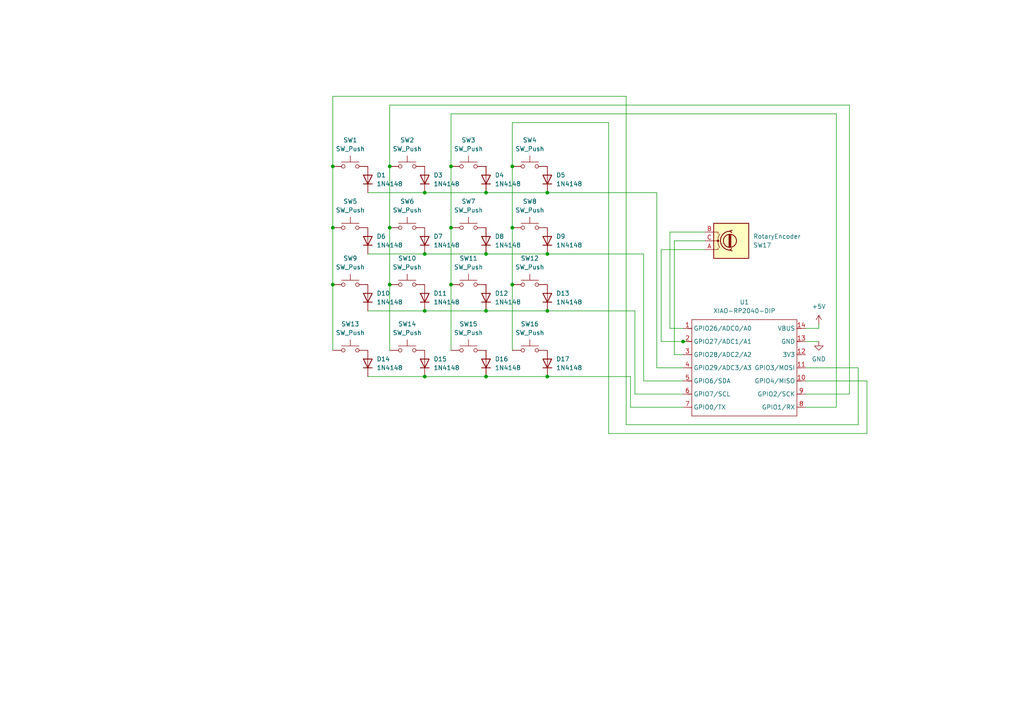
<source format=kicad_sch>
(kicad_sch
	(version 20250114)
	(generator "eeschema")
	(generator_version "9.0")
	(uuid "92bc8842-cfb0-4db0-9c36-d60bad6ee1a9")
	(paper "A4")
	(lib_symbols
		(symbol "Device:RotaryEncoder"
			(pin_names
				(offset 0.254)
				(hide yes)
			)
			(exclude_from_sim no)
			(in_bom yes)
			(on_board yes)
			(property "Reference" "SW"
				(at 0 6.604 0)
				(effects
					(font
						(size 1.27 1.27)
					)
				)
			)
			(property "Value" "RotaryEncoder"
				(at 0 -6.604 0)
				(effects
					(font
						(size 1.27 1.27)
					)
				)
			)
			(property "Footprint" ""
				(at -3.81 4.064 0)
				(effects
					(font
						(size 1.27 1.27)
					)
					(hide yes)
				)
			)
			(property "Datasheet" "~"
				(at 0 6.604 0)
				(effects
					(font
						(size 1.27 1.27)
					)
					(hide yes)
				)
			)
			(property "Description" "Rotary encoder, dual channel, incremental quadrate outputs"
				(at 0 0 0)
				(effects
					(font
						(size 1.27 1.27)
					)
					(hide yes)
				)
			)
			(property "ki_keywords" "rotary switch encoder"
				(at 0 0 0)
				(effects
					(font
						(size 1.27 1.27)
					)
					(hide yes)
				)
			)
			(property "ki_fp_filters" "RotaryEncoder*"
				(at 0 0 0)
				(effects
					(font
						(size 1.27 1.27)
					)
					(hide yes)
				)
			)
			(symbol "RotaryEncoder_0_1"
				(rectangle
					(start -5.08 5.08)
					(end 5.08 -5.08)
					(stroke
						(width 0.254)
						(type default)
					)
					(fill
						(type background)
					)
				)
				(polyline
					(pts
						(xy -5.08 2.54) (xy -3.81 2.54) (xy -3.81 2.032)
					)
					(stroke
						(width 0)
						(type default)
					)
					(fill
						(type none)
					)
				)
				(polyline
					(pts
						(xy -5.08 0) (xy -3.81 0) (xy -3.81 -1.016) (xy -3.302 -2.032)
					)
					(stroke
						(width 0)
						(type default)
					)
					(fill
						(type none)
					)
				)
				(polyline
					(pts
						(xy -5.08 -2.54) (xy -3.81 -2.54) (xy -3.81 -2.032)
					)
					(stroke
						(width 0)
						(type default)
					)
					(fill
						(type none)
					)
				)
				(polyline
					(pts
						(xy -4.318 0) (xy -3.81 0) (xy -3.81 1.016) (xy -3.302 2.032)
					)
					(stroke
						(width 0)
						(type default)
					)
					(fill
						(type none)
					)
				)
				(circle
					(center -3.81 0)
					(radius 0.254)
					(stroke
						(width 0)
						(type default)
					)
					(fill
						(type outline)
					)
				)
				(polyline
					(pts
						(xy -0.635 -1.778) (xy -0.635 1.778)
					)
					(stroke
						(width 0.254)
						(type default)
					)
					(fill
						(type none)
					)
				)
				(circle
					(center -0.381 0)
					(radius 1.905)
					(stroke
						(width 0.254)
						(type default)
					)
					(fill
						(type none)
					)
				)
				(polyline
					(pts
						(xy -0.381 -1.778) (xy -0.381 1.778)
					)
					(stroke
						(width 0.254)
						(type default)
					)
					(fill
						(type none)
					)
				)
				(arc
					(start -0.381 -2.794)
					(mid -3.0988 -0.0635)
					(end -0.381 2.667)
					(stroke
						(width 0.254)
						(type default)
					)
					(fill
						(type none)
					)
				)
				(polyline
					(pts
						(xy -0.127 1.778) (xy -0.127 -1.778)
					)
					(stroke
						(width 0.254)
						(type default)
					)
					(fill
						(type none)
					)
				)
				(polyline
					(pts
						(xy 0.254 2.921) (xy -0.508 2.667) (xy 0.127 2.286)
					)
					(stroke
						(width 0.254)
						(type default)
					)
					(fill
						(type none)
					)
				)
				(polyline
					(pts
						(xy 0.254 -3.048) (xy -0.508 -2.794) (xy 0.127 -2.413)
					)
					(stroke
						(width 0.254)
						(type default)
					)
					(fill
						(type none)
					)
				)
			)
			(symbol "RotaryEncoder_1_1"
				(pin passive line
					(at -7.62 2.54 0)
					(length 2.54)
					(name "A"
						(effects
							(font
								(size 1.27 1.27)
							)
						)
					)
					(number "A"
						(effects
							(font
								(size 1.27 1.27)
							)
						)
					)
				)
				(pin passive line
					(at -7.62 0 0)
					(length 2.54)
					(name "C"
						(effects
							(font
								(size 1.27 1.27)
							)
						)
					)
					(number "C"
						(effects
							(font
								(size 1.27 1.27)
							)
						)
					)
				)
				(pin passive line
					(at -7.62 -2.54 0)
					(length 2.54)
					(name "B"
						(effects
							(font
								(size 1.27 1.27)
							)
						)
					)
					(number "B"
						(effects
							(font
								(size 1.27 1.27)
							)
						)
					)
				)
			)
			(embedded_fonts no)
		)
		(symbol "Dhuhaanesh Keyboard:XIAO-RP2040-DIP"
			(exclude_from_sim no)
			(in_bom yes)
			(on_board yes)
			(property "Reference" "U"
				(at 0 0 0)
				(effects
					(font
						(size 1.27 1.27)
					)
				)
			)
			(property "Value" "XIAO-RP2040-DIP"
				(at 5.334 -1.778 0)
				(effects
					(font
						(size 1.27 1.27)
					)
				)
			)
			(property "Footprint" "Module:MOUDLE14P-XIAO-DIP-SMD"
				(at 14.478 -32.258 0)
				(effects
					(font
						(size 1.27 1.27)
					)
					(hide yes)
				)
			)
			(property "Datasheet" ""
				(at 0 0 0)
				(effects
					(font
						(size 1.27 1.27)
					)
					(hide yes)
				)
			)
			(property "Description" ""
				(at 0 0 0)
				(effects
					(font
						(size 1.27 1.27)
					)
					(hide yes)
				)
			)
			(symbol "XIAO-RP2040-DIP_1_0"
				(polyline
					(pts
						(xy -1.27 -2.54) (xy 29.21 -2.54)
					)
					(stroke
						(width 0.1524)
						(type solid)
					)
					(fill
						(type none)
					)
				)
				(polyline
					(pts
						(xy -1.27 -5.08) (xy -2.54 -5.08)
					)
					(stroke
						(width 0.1524)
						(type solid)
					)
					(fill
						(type none)
					)
				)
				(polyline
					(pts
						(xy -1.27 -5.08) (xy -1.27 -2.54)
					)
					(stroke
						(width 0.1524)
						(type solid)
					)
					(fill
						(type none)
					)
				)
				(polyline
					(pts
						(xy -1.27 -8.89) (xy -2.54 -8.89)
					)
					(stroke
						(width 0.1524)
						(type solid)
					)
					(fill
						(type none)
					)
				)
				(polyline
					(pts
						(xy -1.27 -8.89) (xy -1.27 -5.08)
					)
					(stroke
						(width 0.1524)
						(type solid)
					)
					(fill
						(type none)
					)
				)
				(polyline
					(pts
						(xy -1.27 -12.7) (xy -2.54 -12.7)
					)
					(stroke
						(width 0.1524)
						(type solid)
					)
					(fill
						(type none)
					)
				)
				(polyline
					(pts
						(xy -1.27 -12.7) (xy -1.27 -8.89)
					)
					(stroke
						(width 0.1524)
						(type solid)
					)
					(fill
						(type none)
					)
				)
				(polyline
					(pts
						(xy -1.27 -16.51) (xy -2.54 -16.51)
					)
					(stroke
						(width 0.1524)
						(type solid)
					)
					(fill
						(type none)
					)
				)
				(polyline
					(pts
						(xy -1.27 -16.51) (xy -1.27 -12.7)
					)
					(stroke
						(width 0.1524)
						(type solid)
					)
					(fill
						(type none)
					)
				)
				(polyline
					(pts
						(xy -1.27 -20.32) (xy -2.54 -20.32)
					)
					(stroke
						(width 0.1524)
						(type solid)
					)
					(fill
						(type none)
					)
				)
				(polyline
					(pts
						(xy -1.27 -24.13) (xy -2.54 -24.13)
					)
					(stroke
						(width 0.1524)
						(type solid)
					)
					(fill
						(type none)
					)
				)
				(polyline
					(pts
						(xy -1.27 -27.94) (xy -2.54 -27.94)
					)
					(stroke
						(width 0.1524)
						(type solid)
					)
					(fill
						(type none)
					)
				)
				(polyline
					(pts
						(xy -1.27 -30.48) (xy -1.27 -16.51)
					)
					(stroke
						(width 0.1524)
						(type solid)
					)
					(fill
						(type none)
					)
				)
				(polyline
					(pts
						(xy 29.21 -2.54) (xy 29.21 -5.08)
					)
					(stroke
						(width 0.1524)
						(type solid)
					)
					(fill
						(type none)
					)
				)
				(polyline
					(pts
						(xy 29.21 -5.08) (xy 29.21 -8.89)
					)
					(stroke
						(width 0.1524)
						(type solid)
					)
					(fill
						(type none)
					)
				)
				(polyline
					(pts
						(xy 29.21 -8.89) (xy 29.21 -12.7)
					)
					(stroke
						(width 0.1524)
						(type solid)
					)
					(fill
						(type none)
					)
				)
				(polyline
					(pts
						(xy 29.21 -12.7) (xy 29.21 -30.48)
					)
					(stroke
						(width 0.1524)
						(type solid)
					)
					(fill
						(type none)
					)
				)
				(polyline
					(pts
						(xy 29.21 -30.48) (xy -1.27 -30.48)
					)
					(stroke
						(width 0.1524)
						(type solid)
					)
					(fill
						(type none)
					)
				)
				(polyline
					(pts
						(xy 30.48 -5.08) (xy 29.21 -5.08)
					)
					(stroke
						(width 0.1524)
						(type solid)
					)
					(fill
						(type none)
					)
				)
				(polyline
					(pts
						(xy 30.48 -8.89) (xy 29.21 -8.89)
					)
					(stroke
						(width 0.1524)
						(type solid)
					)
					(fill
						(type none)
					)
				)
				(polyline
					(pts
						(xy 30.48 -12.7) (xy 29.21 -12.7)
					)
					(stroke
						(width 0.1524)
						(type solid)
					)
					(fill
						(type none)
					)
				)
				(polyline
					(pts
						(xy 30.48 -16.51) (xy 29.21 -16.51)
					)
					(stroke
						(width 0.1524)
						(type solid)
					)
					(fill
						(type none)
					)
				)
				(polyline
					(pts
						(xy 30.48 -20.32) (xy 29.21 -20.32)
					)
					(stroke
						(width 0.1524)
						(type solid)
					)
					(fill
						(type none)
					)
				)
				(polyline
					(pts
						(xy 30.48 -24.13) (xy 29.21 -24.13)
					)
					(stroke
						(width 0.1524)
						(type solid)
					)
					(fill
						(type none)
					)
				)
				(polyline
					(pts
						(xy 30.48 -27.94) (xy 29.21 -27.94)
					)
					(stroke
						(width 0.1524)
						(type solid)
					)
					(fill
						(type none)
					)
				)
				(pin passive line
					(at -3.81 -5.08 0)
					(length 2.54)
					(name "GPIO26/ADC0/A0"
						(effects
							(font
								(size 1.27 1.27)
							)
						)
					)
					(number "1"
						(effects
							(font
								(size 1.27 1.27)
							)
						)
					)
				)
				(pin passive line
					(at -3.81 -8.89 0)
					(length 2.54)
					(name "GPIO27/ADC1/A1"
						(effects
							(font
								(size 1.27 1.27)
							)
						)
					)
					(number "2"
						(effects
							(font
								(size 1.27 1.27)
							)
						)
					)
				)
				(pin passive line
					(at -3.81 -12.7 0)
					(length 2.54)
					(name "GPIO28/ADC2/A2"
						(effects
							(font
								(size 1.27 1.27)
							)
						)
					)
					(number "3"
						(effects
							(font
								(size 1.27 1.27)
							)
						)
					)
				)
				(pin passive line
					(at -3.81 -16.51 0)
					(length 2.54)
					(name "GPIO29/ADC3/A3"
						(effects
							(font
								(size 1.27 1.27)
							)
						)
					)
					(number "4"
						(effects
							(font
								(size 1.27 1.27)
							)
						)
					)
				)
				(pin passive line
					(at -3.81 -20.32 0)
					(length 2.54)
					(name "GPIO6/SDA"
						(effects
							(font
								(size 1.27 1.27)
							)
						)
					)
					(number "5"
						(effects
							(font
								(size 1.27 1.27)
							)
						)
					)
				)
				(pin passive line
					(at -3.81 -24.13 0)
					(length 2.54)
					(name "GPIO7/SCL"
						(effects
							(font
								(size 1.27 1.27)
							)
						)
					)
					(number "6"
						(effects
							(font
								(size 1.27 1.27)
							)
						)
					)
				)
				(pin passive line
					(at -3.81 -27.94 0)
					(length 2.54)
					(name "GPIO0/TX"
						(effects
							(font
								(size 1.27 1.27)
							)
						)
					)
					(number "7"
						(effects
							(font
								(size 1.27 1.27)
							)
						)
					)
				)
				(pin passive line
					(at 31.75 -5.08 180)
					(length 2.54)
					(name "VBUS"
						(effects
							(font
								(size 1.27 1.27)
							)
						)
					)
					(number "14"
						(effects
							(font
								(size 1.27 1.27)
							)
						)
					)
				)
				(pin passive line
					(at 31.75 -8.89 180)
					(length 2.54)
					(name "GND"
						(effects
							(font
								(size 1.27 1.27)
							)
						)
					)
					(number "13"
						(effects
							(font
								(size 1.27 1.27)
							)
						)
					)
				)
				(pin passive line
					(at 31.75 -12.7 180)
					(length 2.54)
					(name "3V3"
						(effects
							(font
								(size 1.27 1.27)
							)
						)
					)
					(number "12"
						(effects
							(font
								(size 1.27 1.27)
							)
						)
					)
				)
				(pin passive line
					(at 31.75 -16.51 180)
					(length 2.54)
					(name "GPIO3/MOSI"
						(effects
							(font
								(size 1.27 1.27)
							)
						)
					)
					(number "11"
						(effects
							(font
								(size 1.27 1.27)
							)
						)
					)
				)
				(pin passive line
					(at 31.75 -20.32 180)
					(length 2.54)
					(name "GPIO4/MISO"
						(effects
							(font
								(size 1.27 1.27)
							)
						)
					)
					(number "10"
						(effects
							(font
								(size 1.27 1.27)
							)
						)
					)
				)
				(pin passive line
					(at 31.75 -24.13 180)
					(length 2.54)
					(name "GPIO2/SCK"
						(effects
							(font
								(size 1.27 1.27)
							)
						)
					)
					(number "9"
						(effects
							(font
								(size 1.27 1.27)
							)
						)
					)
				)
				(pin passive line
					(at 31.75 -27.94 180)
					(length 2.54)
					(name "GPIO1/RX"
						(effects
							(font
								(size 1.27 1.27)
							)
						)
					)
					(number "8"
						(effects
							(font
								(size 1.27 1.27)
							)
						)
					)
				)
			)
			(embedded_fonts no)
		)
		(symbol "Diode:1N4148"
			(pin_numbers
				(hide yes)
			)
			(pin_names
				(hide yes)
			)
			(exclude_from_sim no)
			(in_bom yes)
			(on_board yes)
			(property "Reference" "D"
				(at 0 2.54 0)
				(effects
					(font
						(size 1.27 1.27)
					)
				)
			)
			(property "Value" "1N4148"
				(at 0 -2.54 0)
				(effects
					(font
						(size 1.27 1.27)
					)
				)
			)
			(property "Footprint" "Diode_THT:D_DO-35_SOD27_P7.62mm_Horizontal"
				(at 0 0 0)
				(effects
					(font
						(size 1.27 1.27)
					)
					(hide yes)
				)
			)
			(property "Datasheet" "https://assets.nexperia.com/documents/data-sheet/1N4148_1N4448.pdf"
				(at 0 0 0)
				(effects
					(font
						(size 1.27 1.27)
					)
					(hide yes)
				)
			)
			(property "Description" "100V 0.15A standard switching diode, DO-35"
				(at 0 0 0)
				(effects
					(font
						(size 1.27 1.27)
					)
					(hide yes)
				)
			)
			(property "Sim.Device" "D"
				(at 0 0 0)
				(effects
					(font
						(size 1.27 1.27)
					)
					(hide yes)
				)
			)
			(property "Sim.Pins" "1=K 2=A"
				(at 0 0 0)
				(effects
					(font
						(size 1.27 1.27)
					)
					(hide yes)
				)
			)
			(property "ki_keywords" "diode"
				(at 0 0 0)
				(effects
					(font
						(size 1.27 1.27)
					)
					(hide yes)
				)
			)
			(property "ki_fp_filters" "D*DO?35*"
				(at 0 0 0)
				(effects
					(font
						(size 1.27 1.27)
					)
					(hide yes)
				)
			)
			(symbol "1N4148_0_1"
				(polyline
					(pts
						(xy -1.27 1.27) (xy -1.27 -1.27)
					)
					(stroke
						(width 0.254)
						(type default)
					)
					(fill
						(type none)
					)
				)
				(polyline
					(pts
						(xy 1.27 1.27) (xy 1.27 -1.27) (xy -1.27 0) (xy 1.27 1.27)
					)
					(stroke
						(width 0.254)
						(type default)
					)
					(fill
						(type none)
					)
				)
				(polyline
					(pts
						(xy 1.27 0) (xy -1.27 0)
					)
					(stroke
						(width 0)
						(type default)
					)
					(fill
						(type none)
					)
				)
			)
			(symbol "1N4148_1_1"
				(pin passive line
					(at -3.81 0 0)
					(length 2.54)
					(name "K"
						(effects
							(font
								(size 1.27 1.27)
							)
						)
					)
					(number "1"
						(effects
							(font
								(size 1.27 1.27)
							)
						)
					)
				)
				(pin passive line
					(at 3.81 0 180)
					(length 2.54)
					(name "A"
						(effects
							(font
								(size 1.27 1.27)
							)
						)
					)
					(number "2"
						(effects
							(font
								(size 1.27 1.27)
							)
						)
					)
				)
			)
			(embedded_fonts no)
		)
		(symbol "Switch:SW_Push"
			(pin_numbers
				(hide yes)
			)
			(pin_names
				(offset 1.016)
				(hide yes)
			)
			(exclude_from_sim no)
			(in_bom yes)
			(on_board yes)
			(property "Reference" "SW"
				(at 1.27 2.54 0)
				(effects
					(font
						(size 1.27 1.27)
					)
					(justify left)
				)
			)
			(property "Value" "SW_Push"
				(at 0 -1.524 0)
				(effects
					(font
						(size 1.27 1.27)
					)
				)
			)
			(property "Footprint" ""
				(at 0 5.08 0)
				(effects
					(font
						(size 1.27 1.27)
					)
					(hide yes)
				)
			)
			(property "Datasheet" "~"
				(at 0 5.08 0)
				(effects
					(font
						(size 1.27 1.27)
					)
					(hide yes)
				)
			)
			(property "Description" "Push button switch, generic, two pins"
				(at 0 0 0)
				(effects
					(font
						(size 1.27 1.27)
					)
					(hide yes)
				)
			)
			(property "ki_keywords" "switch normally-open pushbutton push-button"
				(at 0 0 0)
				(effects
					(font
						(size 1.27 1.27)
					)
					(hide yes)
				)
			)
			(symbol "SW_Push_0_1"
				(circle
					(center -2.032 0)
					(radius 0.508)
					(stroke
						(width 0)
						(type default)
					)
					(fill
						(type none)
					)
				)
				(polyline
					(pts
						(xy 0 1.27) (xy 0 3.048)
					)
					(stroke
						(width 0)
						(type default)
					)
					(fill
						(type none)
					)
				)
				(circle
					(center 2.032 0)
					(radius 0.508)
					(stroke
						(width 0)
						(type default)
					)
					(fill
						(type none)
					)
				)
				(polyline
					(pts
						(xy 2.54 1.27) (xy -2.54 1.27)
					)
					(stroke
						(width 0)
						(type default)
					)
					(fill
						(type none)
					)
				)
				(pin passive line
					(at -5.08 0 0)
					(length 2.54)
					(name "1"
						(effects
							(font
								(size 1.27 1.27)
							)
						)
					)
					(number "1"
						(effects
							(font
								(size 1.27 1.27)
							)
						)
					)
				)
				(pin passive line
					(at 5.08 0 180)
					(length 2.54)
					(name "2"
						(effects
							(font
								(size 1.27 1.27)
							)
						)
					)
					(number "2"
						(effects
							(font
								(size 1.27 1.27)
							)
						)
					)
				)
			)
			(embedded_fonts no)
		)
		(symbol "power:+5V"
			(power)
			(pin_numbers
				(hide yes)
			)
			(pin_names
				(offset 0)
				(hide yes)
			)
			(exclude_from_sim no)
			(in_bom yes)
			(on_board yes)
			(property "Reference" "#PWR"
				(at 0 -3.81 0)
				(effects
					(font
						(size 1.27 1.27)
					)
					(hide yes)
				)
			)
			(property "Value" "+5V"
				(at 0 3.556 0)
				(effects
					(font
						(size 1.27 1.27)
					)
				)
			)
			(property "Footprint" ""
				(at 0 0 0)
				(effects
					(font
						(size 1.27 1.27)
					)
					(hide yes)
				)
			)
			(property "Datasheet" ""
				(at 0 0 0)
				(effects
					(font
						(size 1.27 1.27)
					)
					(hide yes)
				)
			)
			(property "Description" "Power symbol creates a global label with name \"+5V\""
				(at 0 0 0)
				(effects
					(font
						(size 1.27 1.27)
					)
					(hide yes)
				)
			)
			(property "ki_keywords" "global power"
				(at 0 0 0)
				(effects
					(font
						(size 1.27 1.27)
					)
					(hide yes)
				)
			)
			(symbol "+5V_0_1"
				(polyline
					(pts
						(xy -0.762 1.27) (xy 0 2.54)
					)
					(stroke
						(width 0)
						(type default)
					)
					(fill
						(type none)
					)
				)
				(polyline
					(pts
						(xy 0 2.54) (xy 0.762 1.27)
					)
					(stroke
						(width 0)
						(type default)
					)
					(fill
						(type none)
					)
				)
				(polyline
					(pts
						(xy 0 0) (xy 0 2.54)
					)
					(stroke
						(width 0)
						(type default)
					)
					(fill
						(type none)
					)
				)
			)
			(symbol "+5V_1_1"
				(pin power_in line
					(at 0 0 90)
					(length 0)
					(name "~"
						(effects
							(font
								(size 1.27 1.27)
							)
						)
					)
					(number "1"
						(effects
							(font
								(size 1.27 1.27)
							)
						)
					)
				)
			)
			(embedded_fonts no)
		)
		(symbol "power:GND"
			(power)
			(pin_numbers
				(hide yes)
			)
			(pin_names
				(offset 0)
				(hide yes)
			)
			(exclude_from_sim no)
			(in_bom yes)
			(on_board yes)
			(property "Reference" "#PWR"
				(at 0 -6.35 0)
				(effects
					(font
						(size 1.27 1.27)
					)
					(hide yes)
				)
			)
			(property "Value" "GND"
				(at 0 -3.81 0)
				(effects
					(font
						(size 1.27 1.27)
					)
				)
			)
			(property "Footprint" ""
				(at 0 0 0)
				(effects
					(font
						(size 1.27 1.27)
					)
					(hide yes)
				)
			)
			(property "Datasheet" ""
				(at 0 0 0)
				(effects
					(font
						(size 1.27 1.27)
					)
					(hide yes)
				)
			)
			(property "Description" "Power symbol creates a global label with name \"GND\" , ground"
				(at 0 0 0)
				(effects
					(font
						(size 1.27 1.27)
					)
					(hide yes)
				)
			)
			(property "ki_keywords" "global power"
				(at 0 0 0)
				(effects
					(font
						(size 1.27 1.27)
					)
					(hide yes)
				)
			)
			(symbol "GND_0_1"
				(polyline
					(pts
						(xy 0 0) (xy 0 -1.27) (xy 1.27 -1.27) (xy 0 -2.54) (xy -1.27 -1.27) (xy 0 -1.27)
					)
					(stroke
						(width 0)
						(type default)
					)
					(fill
						(type none)
					)
				)
			)
			(symbol "GND_1_1"
				(pin power_in line
					(at 0 0 270)
					(length 0)
					(name "~"
						(effects
							(font
								(size 1.27 1.27)
							)
						)
					)
					(number "1"
						(effects
							(font
								(size 1.27 1.27)
							)
						)
					)
				)
			)
			(embedded_fonts no)
		)
	)
	(junction
		(at 148.59 48.26)
		(diameter 0)
		(color 0 0 0 0)
		(uuid "034989a5-41ef-4485-a866-659a5f1c1634")
	)
	(junction
		(at 130.81 48.26)
		(diameter 0)
		(color 0 0 0 0)
		(uuid "126f5463-29a0-45b2-bfa7-9e1de33237e5")
	)
	(junction
		(at 113.03 48.26)
		(diameter 0)
		(color 0 0 0 0)
		(uuid "13ebcb18-1b2d-4d58-8c3b-8dbb80413b8c")
	)
	(junction
		(at 140.97 55.88)
		(diameter 0)
		(color 0 0 0 0)
		(uuid "165a9b31-f9b7-4f70-99fa-b0ac8cf53a42")
	)
	(junction
		(at 158.75 55.88)
		(diameter 0)
		(color 0 0 0 0)
		(uuid "3bad3582-3ed9-4d9f-8094-e09fa1e2e177")
	)
	(junction
		(at 198.12 99.06)
		(diameter 0)
		(color 0 0 0 0)
		(uuid "3fffa541-a993-4c8a-80e7-ff3dcdde2a5f")
	)
	(junction
		(at 140.97 90.17)
		(diameter 0)
		(color 0 0 0 0)
		(uuid "4bb8ab65-23bf-447d-8fd9-e223b8fb4923")
	)
	(junction
		(at 113.03 66.04)
		(diameter 0)
		(color 0 0 0 0)
		(uuid "5472a7d7-c269-4eba-9fd8-92ea61477734")
	)
	(junction
		(at 148.59 82.55)
		(diameter 0)
		(color 0 0 0 0)
		(uuid "56bea836-a2fd-49a3-a88c-ca96420237a6")
	)
	(junction
		(at 148.59 66.04)
		(diameter 0)
		(color 0 0 0 0)
		(uuid "5701aa10-06b0-475c-875c-2c1dd4a0f04c")
	)
	(junction
		(at 158.75 73.66)
		(diameter 0)
		(color 0 0 0 0)
		(uuid "5828309e-0351-4aa7-8a67-70f85b6de9b6")
	)
	(junction
		(at 158.75 90.17)
		(diameter 0)
		(color 0 0 0 0)
		(uuid "5c87c58f-91b1-4d70-b64c-f37061e8b986")
	)
	(junction
		(at 123.19 73.66)
		(diameter 0)
		(color 0 0 0 0)
		(uuid "6a1235c3-834f-4b0b-b6bd-2d90b0f80d38")
	)
	(junction
		(at 96.52 82.55)
		(diameter 0)
		(color 0 0 0 0)
		(uuid "6d66b319-f509-488d-a381-a2781ada461c")
	)
	(junction
		(at 123.19 90.17)
		(diameter 0)
		(color 0 0 0 0)
		(uuid "7d2ba5be-6e96-46c3-a3bc-efb71e59c860")
	)
	(junction
		(at 123.19 55.88)
		(diameter 0)
		(color 0 0 0 0)
		(uuid "8ad5005f-5fa8-4e06-a828-293b34a36abf")
	)
	(junction
		(at 113.03 82.55)
		(diameter 0)
		(color 0 0 0 0)
		(uuid "9773ed48-c048-4cf2-8968-e60d9462eed9")
	)
	(junction
		(at 158.75 109.22)
		(diameter 0)
		(color 0 0 0 0)
		(uuid "a48c34e0-fbbd-4291-b08b-d62723892f24")
	)
	(junction
		(at 123.19 109.22)
		(diameter 0)
		(color 0 0 0 0)
		(uuid "ba4145f7-0c11-4b30-8061-e9feeefb750a")
	)
	(junction
		(at 130.81 82.55)
		(diameter 0)
		(color 0 0 0 0)
		(uuid "c1470849-82e7-422c-98e4-5c1d0b8771b1")
	)
	(junction
		(at 140.97 109.22)
		(diameter 0)
		(color 0 0 0 0)
		(uuid "caad5209-b4eb-470f-9770-15aa4d70a5c5")
	)
	(junction
		(at 96.52 66.04)
		(diameter 0)
		(color 0 0 0 0)
		(uuid "cd28d3dc-6316-40c2-a949-553d21ee2b73")
	)
	(junction
		(at 130.81 66.04)
		(diameter 0)
		(color 0 0 0 0)
		(uuid "d0a97bd5-1fba-41fe-8a6c-b0b36d1c5525")
	)
	(junction
		(at 96.52 48.26)
		(diameter 0)
		(color 0 0 0 0)
		(uuid "d785273f-b64a-47f0-895e-b9263091c363")
	)
	(junction
		(at 140.97 73.66)
		(diameter 0)
		(color 0 0 0 0)
		(uuid "f10f85c5-9179-4585-bc3f-b8be2eceba7c")
	)
	(wire
		(pts
			(xy 176.53 35.56) (xy 148.59 35.56)
		)
		(stroke
			(width 0)
			(type default)
		)
		(uuid "00284ab7-e3c8-4fc8-b51e-9d017623f889")
	)
	(wire
		(pts
			(xy 242.57 33.02) (xy 242.57 118.11)
		)
		(stroke
			(width 0)
			(type default)
		)
		(uuid "01c5447d-b231-4f75-9f58-719a2afb1420")
	)
	(wire
		(pts
			(xy 248.92 123.19) (xy 248.92 106.68)
		)
		(stroke
			(width 0)
			(type default)
		)
		(uuid "04c5c497-6e7c-44cc-b1f5-ecb9d69e7831")
	)
	(wire
		(pts
			(xy 158.75 55.88) (xy 190.5 55.88)
		)
		(stroke
			(width 0)
			(type default)
		)
		(uuid "07b281d1-0118-448c-a6e2-9dfa03579351")
	)
	(wire
		(pts
			(xy 113.03 30.48) (xy 113.03 48.26)
		)
		(stroke
			(width 0)
			(type default)
		)
		(uuid "0b3b62ea-7dec-4615-a7e9-2bb6c0ca1a69")
	)
	(wire
		(pts
			(xy 186.69 73.66) (xy 186.69 110.49)
		)
		(stroke
			(width 0)
			(type default)
		)
		(uuid "0c6cb97e-7781-4bf0-8d13-e5daffbedb51")
	)
	(wire
		(pts
			(xy 113.03 82.55) (xy 113.03 101.6)
		)
		(stroke
			(width 0)
			(type default)
		)
		(uuid "0e7f3d13-7921-4c63-b4b6-a81b04c133c1")
	)
	(wire
		(pts
			(xy 106.68 55.88) (xy 123.19 55.88)
		)
		(stroke
			(width 0)
			(type default)
		)
		(uuid "124b50d5-f26a-4e23-8ee1-cd7cc30cf188")
	)
	(wire
		(pts
			(xy 106.68 109.22) (xy 123.19 109.22)
		)
		(stroke
			(width 0)
			(type default)
		)
		(uuid "1740199b-a233-423a-b097-be1af4beb791")
	)
	(wire
		(pts
			(xy 204.47 67.31) (xy 194.31 67.31)
		)
		(stroke
			(width 0)
			(type default)
		)
		(uuid "18066677-453c-4304-bb26-4aa4cbb0d6a0")
	)
	(wire
		(pts
			(xy 106.68 90.17) (xy 123.19 90.17)
		)
		(stroke
			(width 0)
			(type default)
		)
		(uuid "21a374e2-c6b9-4a5b-bbe8-590b13f8f3df")
	)
	(wire
		(pts
			(xy 195.58 69.85) (xy 195.58 102.87)
		)
		(stroke
			(width 0)
			(type default)
		)
		(uuid "225910c9-140c-44ef-b0fa-0c89dcaebf72")
	)
	(wire
		(pts
			(xy 113.03 30.48) (xy 246.38 30.48)
		)
		(stroke
			(width 0)
			(type default)
		)
		(uuid "25875c23-f148-44ce-b500-f5e778b88b01")
	)
	(wire
		(pts
			(xy 176.53 125.73) (xy 251.46 125.73)
		)
		(stroke
			(width 0)
			(type default)
		)
		(uuid "2737d499-e399-4511-a1fb-04b891c9b379")
	)
	(wire
		(pts
			(xy 106.68 73.66) (xy 123.19 73.66)
		)
		(stroke
			(width 0)
			(type default)
		)
		(uuid "291a0c6e-5a5f-499e-b526-bbe15946625b")
	)
	(wire
		(pts
			(xy 233.68 95.25) (xy 237.49 95.25)
		)
		(stroke
			(width 0)
			(type default)
		)
		(uuid "30654d90-a346-4ac9-990d-93c1c590ec2c")
	)
	(wire
		(pts
			(xy 96.52 82.55) (xy 96.52 101.6)
		)
		(stroke
			(width 0)
			(type default)
		)
		(uuid "386d386d-e092-4292-be16-d7e48c882219")
	)
	(wire
		(pts
			(xy 123.19 109.22) (xy 140.97 109.22)
		)
		(stroke
			(width 0)
			(type default)
		)
		(uuid "3baebcd0-8850-4f8f-8015-6e0ecf7a2aea")
	)
	(wire
		(pts
			(xy 184.15 114.3) (xy 198.12 114.3)
		)
		(stroke
			(width 0)
			(type default)
		)
		(uuid "3cabe9f6-894b-403b-bb55-560350e1118e")
	)
	(wire
		(pts
			(xy 190.5 55.88) (xy 190.5 106.68)
		)
		(stroke
			(width 0)
			(type default)
		)
		(uuid "3daa6adf-fb1f-4a19-ab57-8f78cda360a5")
	)
	(wire
		(pts
			(xy 191.77 72.39) (xy 191.77 99.06)
		)
		(stroke
			(width 0)
			(type default)
		)
		(uuid "48155e54-fafb-42db-b7fb-02c8c66f9d23")
	)
	(wire
		(pts
			(xy 248.92 106.68) (xy 233.68 106.68)
		)
		(stroke
			(width 0)
			(type default)
		)
		(uuid "50453fc5-63bc-4f61-b4c8-fdc27d52ad08")
	)
	(wire
		(pts
			(xy 130.81 66.04) (xy 130.81 82.55)
		)
		(stroke
			(width 0)
			(type default)
		)
		(uuid "51d82155-f401-467e-a849-23d215f977ae")
	)
	(wire
		(pts
			(xy 191.77 99.06) (xy 198.12 99.06)
		)
		(stroke
			(width 0)
			(type default)
		)
		(uuid "56da40bb-c993-493d-8355-4c4e03288f87")
	)
	(wire
		(pts
			(xy 148.59 66.04) (xy 148.59 82.55)
		)
		(stroke
			(width 0)
			(type default)
		)
		(uuid "598d4bda-b742-4ca1-99d4-9ea7cbedadb9")
	)
	(wire
		(pts
			(xy 181.61 27.94) (xy 181.61 123.19)
		)
		(stroke
			(width 0)
			(type default)
		)
		(uuid "5cb64d8e-810b-4c73-b11d-12cc2a11f327")
	)
	(wire
		(pts
			(xy 130.81 82.55) (xy 130.81 101.6)
		)
		(stroke
			(width 0)
			(type default)
		)
		(uuid "65c6c3ca-1b91-4d76-b37d-96f6bdcc2b5e")
	)
	(wire
		(pts
			(xy 148.59 48.26) (xy 148.59 66.04)
		)
		(stroke
			(width 0)
			(type default)
		)
		(uuid "666652a7-fd12-433e-903a-5edca4af497c")
	)
	(wire
		(pts
			(xy 176.53 35.56) (xy 176.53 125.73)
		)
		(stroke
			(width 0)
			(type default)
		)
		(uuid "69f1e1af-3d67-413d-9f43-0d6e131dda9a")
	)
	(wire
		(pts
			(xy 194.31 95.25) (xy 198.12 95.25)
		)
		(stroke
			(width 0)
			(type default)
		)
		(uuid "6c288913-33ad-49d6-acf7-7b403d031f34")
	)
	(wire
		(pts
			(xy 96.52 27.94) (xy 96.52 48.26)
		)
		(stroke
			(width 0)
			(type default)
		)
		(uuid "6d4e9b7e-cf36-4dc7-a9dd-93dee788e724")
	)
	(wire
		(pts
			(xy 233.68 114.3) (xy 246.38 114.3)
		)
		(stroke
			(width 0)
			(type default)
		)
		(uuid "6f264e77-e107-42d1-8dd2-64d6b5e98934")
	)
	(wire
		(pts
			(xy 204.47 72.39) (xy 191.77 72.39)
		)
		(stroke
			(width 0)
			(type default)
		)
		(uuid "7166ef2a-b169-450b-8990-ff41d96be9aa")
	)
	(wire
		(pts
			(xy 113.03 66.04) (xy 113.03 82.55)
		)
		(stroke
			(width 0)
			(type default)
		)
		(uuid "76a33afb-0ae9-495b-94f3-3a3880e7daca")
	)
	(wire
		(pts
			(xy 186.69 110.49) (xy 198.12 110.49)
		)
		(stroke
			(width 0)
			(type default)
		)
		(uuid "76fdd2b7-30d1-40b6-88e3-41c87f5051c1")
	)
	(wire
		(pts
			(xy 233.68 118.11) (xy 242.57 118.11)
		)
		(stroke
			(width 0)
			(type default)
		)
		(uuid "791a0e1d-73e7-48e6-9570-552876dab77c")
	)
	(wire
		(pts
			(xy 246.38 114.3) (xy 246.38 30.48)
		)
		(stroke
			(width 0)
			(type default)
		)
		(uuid "87cb1dc4-f835-4fc3-a366-c9207b4995b9")
	)
	(wire
		(pts
			(xy 130.81 33.02) (xy 242.57 33.02)
		)
		(stroke
			(width 0)
			(type default)
		)
		(uuid "87d3433b-c654-4723-aef8-851dac0e0c96")
	)
	(wire
		(pts
			(xy 182.88 109.22) (xy 182.88 118.11)
		)
		(stroke
			(width 0)
			(type default)
		)
		(uuid "88163a66-d4a7-4636-8a2e-828f5d60e52e")
	)
	(wire
		(pts
			(xy 123.19 55.88) (xy 140.97 55.88)
		)
		(stroke
			(width 0)
			(type default)
		)
		(uuid "8a9a8af5-32d2-44fc-8477-7de7dd3971f6")
	)
	(wire
		(pts
			(xy 148.59 82.55) (xy 148.59 101.6)
		)
		(stroke
			(width 0)
			(type default)
		)
		(uuid "94124d81-8dfc-4f12-bc75-528076606243")
	)
	(wire
		(pts
			(xy 130.81 48.26) (xy 130.81 66.04)
		)
		(stroke
			(width 0)
			(type default)
		)
		(uuid "94850136-ae1d-4e93-917e-831b880b90fa")
	)
	(wire
		(pts
			(xy 96.52 66.04) (xy 96.52 82.55)
		)
		(stroke
			(width 0)
			(type default)
		)
		(uuid "96f636fd-2980-4b26-aa23-96d6ba819dba")
	)
	(wire
		(pts
			(xy 140.97 90.17) (xy 158.75 90.17)
		)
		(stroke
			(width 0)
			(type default)
		)
		(uuid "9ead9936-b4c0-4c75-ae18-443287bcc519")
	)
	(wire
		(pts
			(xy 251.46 125.73) (xy 251.46 110.49)
		)
		(stroke
			(width 0)
			(type default)
		)
		(uuid "9f724489-0b0f-44e1-855a-77c35acab529")
	)
	(wire
		(pts
			(xy 204.47 69.85) (xy 195.58 69.85)
		)
		(stroke
			(width 0)
			(type default)
		)
		(uuid "a0c04cfa-b804-4cd2-abfc-699cfdfc2920")
	)
	(wire
		(pts
			(xy 195.58 102.87) (xy 198.12 102.87)
		)
		(stroke
			(width 0)
			(type default)
		)
		(uuid "a2d8c43e-28d7-47ec-a30b-bd43b7b6909c")
	)
	(wire
		(pts
			(xy 194.31 67.31) (xy 194.31 95.25)
		)
		(stroke
			(width 0)
			(type default)
		)
		(uuid "b59d6a10-5fa3-49bb-a031-c3eae575516c")
	)
	(wire
		(pts
			(xy 190.5 106.68) (xy 198.12 106.68)
		)
		(stroke
			(width 0)
			(type default)
		)
		(uuid "b8f01a24-bc3f-4752-9e6b-8b6fd5b77feb")
	)
	(wire
		(pts
			(xy 123.19 73.66) (xy 140.97 73.66)
		)
		(stroke
			(width 0)
			(type default)
		)
		(uuid "b98a365b-1d03-4281-bc00-96a5794f35e9")
	)
	(wire
		(pts
			(xy 158.75 109.22) (xy 182.88 109.22)
		)
		(stroke
			(width 0)
			(type default)
		)
		(uuid "b9faf521-34a9-450b-a9a3-97eb90b7d3d5")
	)
	(wire
		(pts
			(xy 140.97 109.22) (xy 158.75 109.22)
		)
		(stroke
			(width 0)
			(type default)
		)
		(uuid "bf534fc8-ba0c-4342-9387-b4f948e9d49d")
	)
	(wire
		(pts
			(xy 123.19 90.17) (xy 140.97 90.17)
		)
		(stroke
			(width 0)
			(type default)
		)
		(uuid "c88ab16b-0601-4ee5-b1c3-c2c81933d8bd")
	)
	(wire
		(pts
			(xy 130.81 33.02) (xy 130.81 48.26)
		)
		(stroke
			(width 0)
			(type default)
		)
		(uuid "c9c53ac9-7976-4de6-a6e2-3d74a1acd780")
	)
	(wire
		(pts
			(xy 140.97 55.88) (xy 158.75 55.88)
		)
		(stroke
			(width 0)
			(type default)
		)
		(uuid "cd1b35ea-6f06-4661-aa26-f97fbd157972")
	)
	(wire
		(pts
			(xy 182.88 118.11) (xy 198.12 118.11)
		)
		(stroke
			(width 0)
			(type default)
		)
		(uuid "d318b588-35ab-4f65-9317-be0ded6c740e")
	)
	(wire
		(pts
			(xy 158.75 90.17) (xy 184.15 90.17)
		)
		(stroke
			(width 0)
			(type default)
		)
		(uuid "d568c414-017a-4fca-96cc-ae88f9b0b257")
	)
	(wire
		(pts
			(xy 198.12 99.06) (xy 199.39 99.06)
		)
		(stroke
			(width 0)
			(type default)
		)
		(uuid "d948699d-9db7-4bc0-a8f4-52b0b1a00b76")
	)
	(wire
		(pts
			(xy 148.59 35.56) (xy 148.59 48.26)
		)
		(stroke
			(width 0)
			(type default)
		)
		(uuid "dc9eae7d-403b-4503-8c02-3c69eddceb93")
	)
	(wire
		(pts
			(xy 251.46 110.49) (xy 233.68 110.49)
		)
		(stroke
			(width 0)
			(type default)
		)
		(uuid "ddd8ee2b-3809-4d18-af21-e07bb833cc8a")
	)
	(wire
		(pts
			(xy 96.52 27.94) (xy 181.61 27.94)
		)
		(stroke
			(width 0)
			(type default)
		)
		(uuid "de8ba373-9c21-4d2f-9dc9-e15ae84c4cfd")
	)
	(wire
		(pts
			(xy 113.03 48.26) (xy 113.03 66.04)
		)
		(stroke
			(width 0)
			(type default)
		)
		(uuid "e08db2c3-99a0-497f-af0c-901efca2852f")
	)
	(wire
		(pts
			(xy 237.49 95.25) (xy 237.49 93.98)
		)
		(stroke
			(width 0)
			(type default)
		)
		(uuid "e21fec2a-3609-484a-acaa-64dc19bc2709")
	)
	(wire
		(pts
			(xy 158.75 73.66) (xy 186.69 73.66)
		)
		(stroke
			(width 0)
			(type default)
		)
		(uuid "e3c3b6ec-b3a3-430a-a810-cee255a6cd3f")
	)
	(wire
		(pts
			(xy 96.52 48.26) (xy 96.52 66.04)
		)
		(stroke
			(width 0)
			(type default)
		)
		(uuid "e9ec2fc6-5c44-4870-b9f8-c75a34cfba46")
	)
	(wire
		(pts
			(xy 140.97 73.66) (xy 158.75 73.66)
		)
		(stroke
			(width 0)
			(type default)
		)
		(uuid "ea2f0235-7adf-45ac-8dd9-6be9f18d8011")
	)
	(wire
		(pts
			(xy 184.15 90.17) (xy 184.15 114.3)
		)
		(stroke
			(width 0)
			(type default)
		)
		(uuid "f096d545-5daa-4dbd-99b6-493d9fb8b17f")
	)
	(wire
		(pts
			(xy 233.68 99.06) (xy 237.49 99.06)
		)
		(stroke
			(width 0)
			(type default)
		)
		(uuid "f78bca41-3c45-4dde-9731-a4844ff2fd2b")
	)
	(wire
		(pts
			(xy 181.61 123.19) (xy 248.92 123.19)
		)
		(stroke
			(width 0)
			(type default)
		)
		(uuid "f93dfccb-c8d0-4dcd-a78d-5c7162cb2430")
	)
	(symbol
		(lib_id "Switch:SW_Push")
		(at 153.67 82.55 0)
		(unit 1)
		(exclude_from_sim no)
		(in_bom yes)
		(on_board yes)
		(dnp no)
		(fields_autoplaced yes)
		(uuid "00a66691-6a17-4db0-84ec-6039508e10fa")
		(property "Reference" "SW12"
			(at 153.67 74.93 0)
			(effects
				(font
					(size 1.27 1.27)
				)
			)
		)
		(property "Value" "SW_Push"
			(at 153.67 77.47 0)
			(effects
				(font
					(size 1.27 1.27)
				)
			)
		)
		(property "Footprint" "Button_Switch_Keyboard:SW_Cherry_MX_1.00u_PCB"
			(at 153.67 77.47 0)
			(effects
				(font
					(size 1.27 1.27)
				)
				(hide yes)
			)
		)
		(property "Datasheet" "~"
			(at 153.67 77.47 0)
			(effects
				(font
					(size 1.27 1.27)
				)
				(hide yes)
			)
		)
		(property "Description" "Push button switch, generic, two pins"
			(at 153.67 82.55 0)
			(effects
				(font
					(size 1.27 1.27)
				)
				(hide yes)
			)
		)
		(pin "1"
			(uuid "8043c547-7763-444e-b0bc-77a2aa29a21e")
		)
		(pin "2"
			(uuid "8770f73d-f671-46a7-b602-7ffe81599513")
		)
		(instances
			(project ""
				(path "/92bc8842-cfb0-4db0-9c36-d60bad6ee1a9"
					(reference "SW12")
					(unit 1)
				)
			)
		)
	)
	(symbol
		(lib_id "Switch:SW_Push")
		(at 118.11 48.26 0)
		(unit 1)
		(exclude_from_sim no)
		(in_bom yes)
		(on_board yes)
		(dnp no)
		(fields_autoplaced yes)
		(uuid "01641bbc-c215-4c9f-8862-ea9ee86b2d75")
		(property "Reference" "SW2"
			(at 118.11 40.64 0)
			(effects
				(font
					(size 1.27 1.27)
				)
			)
		)
		(property "Value" "SW_Push"
			(at 118.11 43.18 0)
			(effects
				(font
					(size 1.27 1.27)
				)
			)
		)
		(property "Footprint" "Button_Switch_Keyboard:SW_Cherry_MX_1.00u_PCB"
			(at 118.11 43.18 0)
			(effects
				(font
					(size 1.27 1.27)
				)
				(hide yes)
			)
		)
		(property "Datasheet" "~"
			(at 118.11 43.18 0)
			(effects
				(font
					(size 1.27 1.27)
				)
				(hide yes)
			)
		)
		(property "Description" "Push button switch, generic, two pins"
			(at 118.11 48.26 0)
			(effects
				(font
					(size 1.27 1.27)
				)
				(hide yes)
			)
		)
		(pin "1"
			(uuid "8043c547-7763-444e-b0bc-77a2aa29a21e")
		)
		(pin "2"
			(uuid "8770f73d-f671-46a7-b602-7ffe81599513")
		)
		(instances
			(project ""
				(path "/92bc8842-cfb0-4db0-9c36-d60bad6ee1a9"
					(reference "SW2")
					(unit 1)
				)
			)
		)
	)
	(symbol
		(lib_id "Diode:1N4148")
		(at 106.68 69.85 90)
		(unit 1)
		(exclude_from_sim no)
		(in_bom yes)
		(on_board yes)
		(dnp no)
		(fields_autoplaced yes)
		(uuid "0d4f0e5a-4ef9-4502-b15e-8e63dd8a1a45")
		(property "Reference" "D6"
			(at 109.22 68.5799 90)
			(effects
				(font
					(size 1.27 1.27)
				)
				(justify right)
			)
		)
		(property "Value" "1N4148"
			(at 109.22 71.1199 90)
			(effects
				(font
					(size 1.27 1.27)
				)
				(justify right)
			)
		)
		(property "Footprint" "Diode_THT:D_DO-35_SOD27_P7.62mm_Horizontal"
			(at 106.68 69.85 0)
			(effects
				(font
					(size 1.27 1.27)
				)
				(hide yes)
			)
		)
		(property "Datasheet" "https://assets.nexperia.com/documents/data-sheet/1N4148_1N4448.pdf"
			(at 106.68 69.85 0)
			(effects
				(font
					(size 1.27 1.27)
				)
				(hide yes)
			)
		)
		(property "Description" "100V 0.15A standard switching diode, DO-35"
			(at 106.68 69.85 0)
			(effects
				(font
					(size 1.27 1.27)
				)
				(hide yes)
			)
		)
		(property "Sim.Device" "D"
			(at 106.68 69.85 0)
			(effects
				(font
					(size 1.27 1.27)
				)
				(hide yes)
			)
		)
		(property "Sim.Pins" "1=K 2=A"
			(at 106.68 69.85 0)
			(effects
				(font
					(size 1.27 1.27)
				)
				(hide yes)
			)
		)
		(pin "1"
			(uuid "ee2476a4-bb21-49f7-a1f9-259620f94514")
		)
		(pin "2"
			(uuid "2799b5c2-dcc0-4357-9887-3fb8f1881899")
		)
		(instances
			(project ""
				(path "/92bc8842-cfb0-4db0-9c36-d60bad6ee1a9"
					(reference "D6")
					(unit 1)
				)
			)
		)
	)
	(symbol
		(lib_id "Diode:1N4148")
		(at 123.19 86.36 90)
		(unit 1)
		(exclude_from_sim no)
		(in_bom yes)
		(on_board yes)
		(dnp no)
		(fields_autoplaced yes)
		(uuid "1e07166e-02ae-46b2-88e4-5f0e21df2730")
		(property "Reference" "D11"
			(at 125.73 85.0899 90)
			(effects
				(font
					(size 1.27 1.27)
				)
				(justify right)
			)
		)
		(property "Value" "1N4148"
			(at 125.73 87.6299 90)
			(effects
				(font
					(size 1.27 1.27)
				)
				(justify right)
			)
		)
		(property "Footprint" "Diode_THT:D_DO-35_SOD27_P7.62mm_Horizontal"
			(at 123.19 86.36 0)
			(effects
				(font
					(size 1.27 1.27)
				)
				(hide yes)
			)
		)
		(property "Datasheet" "https://assets.nexperia.com/documents/data-sheet/1N4148_1N4448.pdf"
			(at 123.19 86.36 0)
			(effects
				(font
					(size 1.27 1.27)
				)
				(hide yes)
			)
		)
		(property "Description" "100V 0.15A standard switching diode, DO-35"
			(at 123.19 86.36 0)
			(effects
				(font
					(size 1.27 1.27)
				)
				(hide yes)
			)
		)
		(property "Sim.Device" "D"
			(at 123.19 86.36 0)
			(effects
				(font
					(size 1.27 1.27)
				)
				(hide yes)
			)
		)
		(property "Sim.Pins" "1=K 2=A"
			(at 123.19 86.36 0)
			(effects
				(font
					(size 1.27 1.27)
				)
				(hide yes)
			)
		)
		(pin "1"
			(uuid "ee2476a4-bb21-49f7-a1f9-259620f94514")
		)
		(pin "2"
			(uuid "2799b5c2-dcc0-4357-9887-3fb8f1881899")
		)
		(instances
			(project ""
				(path "/92bc8842-cfb0-4db0-9c36-d60bad6ee1a9"
					(reference "D11")
					(unit 1)
				)
			)
		)
	)
	(symbol
		(lib_id "Switch:SW_Push")
		(at 101.6 48.26 0)
		(unit 1)
		(exclude_from_sim no)
		(in_bom yes)
		(on_board yes)
		(dnp no)
		(fields_autoplaced yes)
		(uuid "1fc2e470-6660-4942-b80a-d032aa668a8c")
		(property "Reference" "SW1"
			(at 101.6 40.64 0)
			(effects
				(font
					(size 1.27 1.27)
				)
			)
		)
		(property "Value" "SW_Push"
			(at 101.6 43.18 0)
			(effects
				(font
					(size 1.27 1.27)
				)
			)
		)
		(property "Footprint" "Button_Switch_Keyboard:SW_Cherry_MX_1.00u_PCB"
			(at 101.6 43.18 0)
			(effects
				(font
					(size 1.27 1.27)
				)
				(hide yes)
			)
		)
		(property "Datasheet" "~"
			(at 101.6 43.18 0)
			(effects
				(font
					(size 1.27 1.27)
				)
				(hide yes)
			)
		)
		(property "Description" "Push button switch, generic, two pins"
			(at 101.6 48.26 0)
			(effects
				(font
					(size 1.27 1.27)
				)
				(hide yes)
			)
		)
		(pin "1"
			(uuid "8043c547-7763-444e-b0bc-77a2aa29a21e")
		)
		(pin "2"
			(uuid "8770f73d-f671-46a7-b602-7ffe81599513")
		)
		(instances
			(project ""
				(path "/92bc8842-cfb0-4db0-9c36-d60bad6ee1a9"
					(reference "SW1")
					(unit 1)
				)
			)
		)
	)
	(symbol
		(lib_id "Diode:1N4148")
		(at 140.97 52.07 90)
		(unit 1)
		(exclude_from_sim no)
		(in_bom yes)
		(on_board yes)
		(dnp no)
		(fields_autoplaced yes)
		(uuid "2422eb3f-965b-4cc9-a0e6-049ec192c6fe")
		(property "Reference" "D4"
			(at 143.51 50.7999 90)
			(effects
				(font
					(size 1.27 1.27)
				)
				(justify right)
			)
		)
		(property "Value" "1N4148"
			(at 143.51 53.3399 90)
			(effects
				(font
					(size 1.27 1.27)
				)
				(justify right)
			)
		)
		(property "Footprint" "Diode_THT:D_DO-35_SOD27_P7.62mm_Horizontal"
			(at 140.97 52.07 0)
			(effects
				(font
					(size 1.27 1.27)
				)
				(hide yes)
			)
		)
		(property "Datasheet" "https://assets.nexperia.com/documents/data-sheet/1N4148_1N4448.pdf"
			(at 140.97 52.07 0)
			(effects
				(font
					(size 1.27 1.27)
				)
				(hide yes)
			)
		)
		(property "Description" "100V 0.15A standard switching diode, DO-35"
			(at 140.97 52.07 0)
			(effects
				(font
					(size 1.27 1.27)
				)
				(hide yes)
			)
		)
		(property "Sim.Device" "D"
			(at 140.97 52.07 0)
			(effects
				(font
					(size 1.27 1.27)
				)
				(hide yes)
			)
		)
		(property "Sim.Pins" "1=K 2=A"
			(at 140.97 52.07 0)
			(effects
				(font
					(size 1.27 1.27)
				)
				(hide yes)
			)
		)
		(pin "1"
			(uuid "ee2476a4-bb21-49f7-a1f9-259620f94514")
		)
		(pin "2"
			(uuid "2799b5c2-dcc0-4357-9887-3fb8f1881899")
		)
		(instances
			(project ""
				(path "/92bc8842-cfb0-4db0-9c36-d60bad6ee1a9"
					(reference "D4")
					(unit 1)
				)
			)
		)
	)
	(symbol
		(lib_id "Switch:SW_Push")
		(at 153.67 101.6 0)
		(unit 1)
		(exclude_from_sim no)
		(in_bom yes)
		(on_board yes)
		(dnp no)
		(fields_autoplaced yes)
		(uuid "268d4f3e-cb26-4efd-8d9d-ad50081862f9")
		(property "Reference" "SW16"
			(at 153.67 93.98 0)
			(effects
				(font
					(size 1.27 1.27)
				)
			)
		)
		(property "Value" "SW_Push"
			(at 153.67 96.52 0)
			(effects
				(font
					(size 1.27 1.27)
				)
			)
		)
		(property "Footprint" "Button_Switch_Keyboard:SW_Cherry_MX_1.00u_PCB"
			(at 153.67 96.52 0)
			(effects
				(font
					(size 1.27 1.27)
				)
				(hide yes)
			)
		)
		(property "Datasheet" "~"
			(at 153.67 96.52 0)
			(effects
				(font
					(size 1.27 1.27)
				)
				(hide yes)
			)
		)
		(property "Description" "Push button switch, generic, two pins"
			(at 153.67 101.6 0)
			(effects
				(font
					(size 1.27 1.27)
				)
				(hide yes)
			)
		)
		(pin "1"
			(uuid "8043c547-7763-444e-b0bc-77a2aa29a21e")
		)
		(pin "2"
			(uuid "8770f73d-f671-46a7-b602-7ffe81599513")
		)
		(instances
			(project ""
				(path "/92bc8842-cfb0-4db0-9c36-d60bad6ee1a9"
					(reference "SW16")
					(unit 1)
				)
			)
		)
	)
	(symbol
		(lib_id "Diode:1N4148")
		(at 140.97 69.85 90)
		(unit 1)
		(exclude_from_sim no)
		(in_bom yes)
		(on_board yes)
		(dnp no)
		(fields_autoplaced yes)
		(uuid "3c4c4255-aff8-4725-8cb6-b1799df4f7f5")
		(property "Reference" "D8"
			(at 143.51 68.5799 90)
			(effects
				(font
					(size 1.27 1.27)
				)
				(justify right)
			)
		)
		(property "Value" "1N4148"
			(at 143.51 71.1199 90)
			(effects
				(font
					(size 1.27 1.27)
				)
				(justify right)
			)
		)
		(property "Footprint" "Diode_THT:D_DO-35_SOD27_P7.62mm_Horizontal"
			(at 140.97 69.85 0)
			(effects
				(font
					(size 1.27 1.27)
				)
				(hide yes)
			)
		)
		(property "Datasheet" "https://assets.nexperia.com/documents/data-sheet/1N4148_1N4448.pdf"
			(at 140.97 69.85 0)
			(effects
				(font
					(size 1.27 1.27)
				)
				(hide yes)
			)
		)
		(property "Description" "100V 0.15A standard switching diode, DO-35"
			(at 140.97 69.85 0)
			(effects
				(font
					(size 1.27 1.27)
				)
				(hide yes)
			)
		)
		(property "Sim.Device" "D"
			(at 140.97 69.85 0)
			(effects
				(font
					(size 1.27 1.27)
				)
				(hide yes)
			)
		)
		(property "Sim.Pins" "1=K 2=A"
			(at 140.97 69.85 0)
			(effects
				(font
					(size 1.27 1.27)
				)
				(hide yes)
			)
		)
		(pin "1"
			(uuid "ee2476a4-bb21-49f7-a1f9-259620f94514")
		)
		(pin "2"
			(uuid "2799b5c2-dcc0-4357-9887-3fb8f1881899")
		)
		(instances
			(project ""
				(path "/92bc8842-cfb0-4db0-9c36-d60bad6ee1a9"
					(reference "D8")
					(unit 1)
				)
			)
		)
	)
	(symbol
		(lib_id "power:GND")
		(at 237.49 99.06 0)
		(unit 1)
		(exclude_from_sim no)
		(in_bom yes)
		(on_board yes)
		(dnp no)
		(fields_autoplaced yes)
		(uuid "43969bf8-4754-4a33-a5ad-418b828460dd")
		(property "Reference" "#PWR03"
			(at 237.49 105.41 0)
			(effects
				(font
					(size 1.27 1.27)
				)
				(hide yes)
			)
		)
		(property "Value" "GND"
			(at 237.49 104.14 0)
			(effects
				(font
					(size 1.27 1.27)
				)
			)
		)
		(property "Footprint" ""
			(at 237.49 99.06 0)
			(effects
				(font
					(size 1.27 1.27)
				)
				(hide yes)
			)
		)
		(property "Datasheet" ""
			(at 237.49 99.06 0)
			(effects
				(font
					(size 1.27 1.27)
				)
				(hide yes)
			)
		)
		(property "Description" "Power symbol creates a global label with name \"GND\" , ground"
			(at 237.49 99.06 0)
			(effects
				(font
					(size 1.27 1.27)
				)
				(hide yes)
			)
		)
		(pin "1"
			(uuid "623ea5b6-e0b2-4d51-99ff-c15b272c3385")
		)
		(instances
			(project ""
				(path "/92bc8842-cfb0-4db0-9c36-d60bad6ee1a9"
					(reference "#PWR03")
					(unit 1)
				)
			)
		)
	)
	(symbol
		(lib_id "Switch:SW_Push")
		(at 135.89 82.55 0)
		(unit 1)
		(exclude_from_sim no)
		(in_bom yes)
		(on_board yes)
		(dnp no)
		(fields_autoplaced yes)
		(uuid "45303100-1dfb-4ea9-bb86-df4b20a3c864")
		(property "Reference" "SW11"
			(at 135.89 74.93 0)
			(effects
				(font
					(size 1.27 1.27)
				)
			)
		)
		(property "Value" "SW_Push"
			(at 135.89 77.47 0)
			(effects
				(font
					(size 1.27 1.27)
				)
			)
		)
		(property "Footprint" "Button_Switch_Keyboard:SW_Cherry_MX_1.00u_PCB"
			(at 135.89 77.47 0)
			(effects
				(font
					(size 1.27 1.27)
				)
				(hide yes)
			)
		)
		(property "Datasheet" "~"
			(at 135.89 77.47 0)
			(effects
				(font
					(size 1.27 1.27)
				)
				(hide yes)
			)
		)
		(property "Description" "Push button switch, generic, two pins"
			(at 135.89 82.55 0)
			(effects
				(font
					(size 1.27 1.27)
				)
				(hide yes)
			)
		)
		(pin "1"
			(uuid "8043c547-7763-444e-b0bc-77a2aa29a21e")
		)
		(pin "2"
			(uuid "8770f73d-f671-46a7-b602-7ffe81599513")
		)
		(instances
			(project ""
				(path "/92bc8842-cfb0-4db0-9c36-d60bad6ee1a9"
					(reference "SW11")
					(unit 1)
				)
			)
		)
	)
	(symbol
		(lib_id "Diode:1N4148")
		(at 158.75 69.85 90)
		(unit 1)
		(exclude_from_sim no)
		(in_bom yes)
		(on_board yes)
		(dnp no)
		(fields_autoplaced yes)
		(uuid "49da9b83-7151-40a7-ae37-f8b302ae2019")
		(property "Reference" "D9"
			(at 161.29 68.5799 90)
			(effects
				(font
					(size 1.27 1.27)
				)
				(justify right)
			)
		)
		(property "Value" "1N4148"
			(at 161.29 71.1199 90)
			(effects
				(font
					(size 1.27 1.27)
				)
				(justify right)
			)
		)
		(property "Footprint" "Diode_THT:D_DO-35_SOD27_P7.62mm_Horizontal"
			(at 158.75 69.85 0)
			(effects
				(font
					(size 1.27 1.27)
				)
				(hide yes)
			)
		)
		(property "Datasheet" "https://assets.nexperia.com/documents/data-sheet/1N4148_1N4448.pdf"
			(at 158.75 69.85 0)
			(effects
				(font
					(size 1.27 1.27)
				)
				(hide yes)
			)
		)
		(property "Description" "100V 0.15A standard switching diode, DO-35"
			(at 158.75 69.85 0)
			(effects
				(font
					(size 1.27 1.27)
				)
				(hide yes)
			)
		)
		(property "Sim.Device" "D"
			(at 158.75 69.85 0)
			(effects
				(font
					(size 1.27 1.27)
				)
				(hide yes)
			)
		)
		(property "Sim.Pins" "1=K 2=A"
			(at 158.75 69.85 0)
			(effects
				(font
					(size 1.27 1.27)
				)
				(hide yes)
			)
		)
		(pin "1"
			(uuid "ee2476a4-bb21-49f7-a1f9-259620f94514")
		)
		(pin "2"
			(uuid "2799b5c2-dcc0-4357-9887-3fb8f1881899")
		)
		(instances
			(project ""
				(path "/92bc8842-cfb0-4db0-9c36-d60bad6ee1a9"
					(reference "D9")
					(unit 1)
				)
			)
		)
	)
	(symbol
		(lib_id "Device:RotaryEncoder")
		(at 212.09 69.85 0)
		(mirror x)
		(unit 1)
		(exclude_from_sim no)
		(in_bom yes)
		(on_board yes)
		(dnp no)
		(uuid "5423da31-f734-4872-9c19-ab8710426277")
		(property "Reference" "SW17"
			(at 218.44 71.1201 0)
			(effects
				(font
					(size 1.27 1.27)
				)
				(justify left)
			)
		)
		(property "Value" "RotaryEncoder"
			(at 218.44 68.5801 0)
			(effects
				(font
					(size 1.27 1.27)
				)
				(justify left)
			)
		)
		(property "Footprint" "Rotary_Encoder:RotaryEncoder_Alps_EC11E-Switch_Vertical_H20mm"
			(at 208.28 73.914 0)
			(effects
				(font
					(size 1.27 1.27)
				)
				(hide yes)
			)
		)
		(property "Datasheet" "~"
			(at 212.09 76.454 0)
			(effects
				(font
					(size 1.27 1.27)
				)
				(hide yes)
			)
		)
		(property "Description" "Rotary encoder, dual channel, incremental quadrate outputs"
			(at 212.09 69.85 0)
			(effects
				(font
					(size 1.27 1.27)
				)
				(hide yes)
			)
		)
		(pin "C"
			(uuid "d8eeb657-95d1-4e5b-a71a-1ce7ab34fa18")
		)
		(pin "A"
			(uuid "ee259c1e-2f20-471f-9484-6adbe30cc686")
		)
		(pin "B"
			(uuid "cef27596-0c2c-4e42-a50d-7b426e735f18")
		)
		(instances
			(project ""
				(path "/92bc8842-cfb0-4db0-9c36-d60bad6ee1a9"
					(reference "SW17")
					(unit 1)
				)
			)
		)
	)
	(symbol
		(lib_id "Switch:SW_Push")
		(at 135.89 66.04 0)
		(unit 1)
		(exclude_from_sim no)
		(in_bom yes)
		(on_board yes)
		(dnp no)
		(fields_autoplaced yes)
		(uuid "5771380e-d175-408f-96a7-f4585e618f86")
		(property "Reference" "SW7"
			(at 135.89 58.42 0)
			(effects
				(font
					(size 1.27 1.27)
				)
			)
		)
		(property "Value" "SW_Push"
			(at 135.89 60.96 0)
			(effects
				(font
					(size 1.27 1.27)
				)
			)
		)
		(property "Footprint" "Button_Switch_Keyboard:SW_Cherry_MX_1.00u_PCB"
			(at 135.89 60.96 0)
			(effects
				(font
					(size 1.27 1.27)
				)
				(hide yes)
			)
		)
		(property "Datasheet" "~"
			(at 135.89 60.96 0)
			(effects
				(font
					(size 1.27 1.27)
				)
				(hide yes)
			)
		)
		(property "Description" "Push button switch, generic, two pins"
			(at 135.89 66.04 0)
			(effects
				(font
					(size 1.27 1.27)
				)
				(hide yes)
			)
		)
		(pin "1"
			(uuid "8043c547-7763-444e-b0bc-77a2aa29a21e")
		)
		(pin "2"
			(uuid "8770f73d-f671-46a7-b602-7ffe81599513")
		)
		(instances
			(project ""
				(path "/92bc8842-cfb0-4db0-9c36-d60bad6ee1a9"
					(reference "SW7")
					(unit 1)
				)
			)
		)
	)
	(symbol
		(lib_id "Diode:1N4148")
		(at 123.19 69.85 90)
		(unit 1)
		(exclude_from_sim no)
		(in_bom yes)
		(on_board yes)
		(dnp no)
		(fields_autoplaced yes)
		(uuid "5a166c88-e020-4fc7-8244-80034df0ca4c")
		(property "Reference" "D7"
			(at 125.73 68.5799 90)
			(effects
				(font
					(size 1.27 1.27)
				)
				(justify right)
			)
		)
		(property "Value" "1N4148"
			(at 125.73 71.1199 90)
			(effects
				(font
					(size 1.27 1.27)
				)
				(justify right)
			)
		)
		(property "Footprint" "Diode_THT:D_DO-35_SOD27_P7.62mm_Horizontal"
			(at 123.19 69.85 0)
			(effects
				(font
					(size 1.27 1.27)
				)
				(hide yes)
			)
		)
		(property "Datasheet" "https://assets.nexperia.com/documents/data-sheet/1N4148_1N4448.pdf"
			(at 123.19 69.85 0)
			(effects
				(font
					(size 1.27 1.27)
				)
				(hide yes)
			)
		)
		(property "Description" "100V 0.15A standard switching diode, DO-35"
			(at 123.19 69.85 0)
			(effects
				(font
					(size 1.27 1.27)
				)
				(hide yes)
			)
		)
		(property "Sim.Device" "D"
			(at 123.19 69.85 0)
			(effects
				(font
					(size 1.27 1.27)
				)
				(hide yes)
			)
		)
		(property "Sim.Pins" "1=K 2=A"
			(at 123.19 69.85 0)
			(effects
				(font
					(size 1.27 1.27)
				)
				(hide yes)
			)
		)
		(pin "1"
			(uuid "ee2476a4-bb21-49f7-a1f9-259620f94514")
		)
		(pin "2"
			(uuid "2799b5c2-dcc0-4357-9887-3fb8f1881899")
		)
		(instances
			(project ""
				(path "/92bc8842-cfb0-4db0-9c36-d60bad6ee1a9"
					(reference "D7")
					(unit 1)
				)
			)
		)
	)
	(symbol
		(lib_id "Diode:1N4148")
		(at 140.97 86.36 90)
		(unit 1)
		(exclude_from_sim no)
		(in_bom yes)
		(on_board yes)
		(dnp no)
		(fields_autoplaced yes)
		(uuid "640445e0-491b-4104-b0a9-2b73a4f51767")
		(property "Reference" "D12"
			(at 143.51 85.0899 90)
			(effects
				(font
					(size 1.27 1.27)
				)
				(justify right)
			)
		)
		(property "Value" "1N4148"
			(at 143.51 87.6299 90)
			(effects
				(font
					(size 1.27 1.27)
				)
				(justify right)
			)
		)
		(property "Footprint" "Diode_THT:D_DO-35_SOD27_P7.62mm_Horizontal"
			(at 140.97 86.36 0)
			(effects
				(font
					(size 1.27 1.27)
				)
				(hide yes)
			)
		)
		(property "Datasheet" "https://assets.nexperia.com/documents/data-sheet/1N4148_1N4448.pdf"
			(at 140.97 86.36 0)
			(effects
				(font
					(size 1.27 1.27)
				)
				(hide yes)
			)
		)
		(property "Description" "100V 0.15A standard switching diode, DO-35"
			(at 140.97 86.36 0)
			(effects
				(font
					(size 1.27 1.27)
				)
				(hide yes)
			)
		)
		(property "Sim.Device" "D"
			(at 140.97 86.36 0)
			(effects
				(font
					(size 1.27 1.27)
				)
				(hide yes)
			)
		)
		(property "Sim.Pins" "1=K 2=A"
			(at 140.97 86.36 0)
			(effects
				(font
					(size 1.27 1.27)
				)
				(hide yes)
			)
		)
		(pin "1"
			(uuid "ee2476a4-bb21-49f7-a1f9-259620f94514")
		)
		(pin "2"
			(uuid "2799b5c2-dcc0-4357-9887-3fb8f1881899")
		)
		(instances
			(project ""
				(path "/92bc8842-cfb0-4db0-9c36-d60bad6ee1a9"
					(reference "D12")
					(unit 1)
				)
			)
		)
	)
	(symbol
		(lib_id "power:+5V")
		(at 237.49 93.98 0)
		(unit 1)
		(exclude_from_sim no)
		(in_bom yes)
		(on_board yes)
		(dnp no)
		(fields_autoplaced yes)
		(uuid "68ca8d52-ee30-4332-be66-dbba77d5018b")
		(property "Reference" "#PWR01"
			(at 237.49 97.79 0)
			(effects
				(font
					(size 1.27 1.27)
				)
				(hide yes)
			)
		)
		(property "Value" "+5V"
			(at 237.49 88.9 0)
			(effects
				(font
					(size 1.27 1.27)
				)
			)
		)
		(property "Footprint" ""
			(at 237.49 93.98 0)
			(effects
				(font
					(size 1.27 1.27)
				)
				(hide yes)
			)
		)
		(property "Datasheet" ""
			(at 237.49 93.98 0)
			(effects
				(font
					(size 1.27 1.27)
				)
				(hide yes)
			)
		)
		(property "Description" "Power symbol creates a global label with name \"+5V\""
			(at 237.49 93.98 0)
			(effects
				(font
					(size 1.27 1.27)
				)
				(hide yes)
			)
		)
		(pin "1"
			(uuid "34a752f8-30a2-4458-b34a-8ec8265455e8")
		)
		(instances
			(project ""
				(path "/92bc8842-cfb0-4db0-9c36-d60bad6ee1a9"
					(reference "#PWR01")
					(unit 1)
				)
			)
		)
	)
	(symbol
		(lib_id "Diode:1N4148")
		(at 158.75 52.07 90)
		(unit 1)
		(exclude_from_sim no)
		(in_bom yes)
		(on_board yes)
		(dnp no)
		(fields_autoplaced yes)
		(uuid "7776f5be-5bd3-4733-96ba-87d31f35896c")
		(property "Reference" "D5"
			(at 161.29 50.7999 90)
			(effects
				(font
					(size 1.27 1.27)
				)
				(justify right)
			)
		)
		(property "Value" "1N4148"
			(at 161.29 53.3399 90)
			(effects
				(font
					(size 1.27 1.27)
				)
				(justify right)
			)
		)
		(property "Footprint" "Diode_THT:D_DO-35_SOD27_P7.62mm_Horizontal"
			(at 158.75 52.07 0)
			(effects
				(font
					(size 1.27 1.27)
				)
				(hide yes)
			)
		)
		(property "Datasheet" "https://assets.nexperia.com/documents/data-sheet/1N4148_1N4448.pdf"
			(at 158.75 52.07 0)
			(effects
				(font
					(size 1.27 1.27)
				)
				(hide yes)
			)
		)
		(property "Description" "100V 0.15A standard switching diode, DO-35"
			(at 158.75 52.07 0)
			(effects
				(font
					(size 1.27 1.27)
				)
				(hide yes)
			)
		)
		(property "Sim.Device" "D"
			(at 158.75 52.07 0)
			(effects
				(font
					(size 1.27 1.27)
				)
				(hide yes)
			)
		)
		(property "Sim.Pins" "1=K 2=A"
			(at 158.75 52.07 0)
			(effects
				(font
					(size 1.27 1.27)
				)
				(hide yes)
			)
		)
		(pin "1"
			(uuid "ee2476a4-bb21-49f7-a1f9-259620f94514")
		)
		(pin "2"
			(uuid "2799b5c2-dcc0-4357-9887-3fb8f1881899")
		)
		(instances
			(project ""
				(path "/92bc8842-cfb0-4db0-9c36-d60bad6ee1a9"
					(reference "D5")
					(unit 1)
				)
			)
		)
	)
	(symbol
		(lib_id "Switch:SW_Push")
		(at 135.89 101.6 0)
		(unit 1)
		(exclude_from_sim no)
		(in_bom yes)
		(on_board yes)
		(dnp no)
		(fields_autoplaced yes)
		(uuid "7c0c8559-f97e-47a1-891f-dcbc747b405c")
		(property "Reference" "SW15"
			(at 135.89 93.98 0)
			(effects
				(font
					(size 1.27 1.27)
				)
			)
		)
		(property "Value" "SW_Push"
			(at 135.89 96.52 0)
			(effects
				(font
					(size 1.27 1.27)
				)
			)
		)
		(property "Footprint" "Button_Switch_Keyboard:SW_Cherry_MX_1.00u_PCB"
			(at 135.89 96.52 0)
			(effects
				(font
					(size 1.27 1.27)
				)
				(hide yes)
			)
		)
		(property "Datasheet" "~"
			(at 135.89 96.52 0)
			(effects
				(font
					(size 1.27 1.27)
				)
				(hide yes)
			)
		)
		(property "Description" "Push button switch, generic, two pins"
			(at 135.89 101.6 0)
			(effects
				(font
					(size 1.27 1.27)
				)
				(hide yes)
			)
		)
		(pin "1"
			(uuid "8043c547-7763-444e-b0bc-77a2aa29a21e")
		)
		(pin "2"
			(uuid "8770f73d-f671-46a7-b602-7ffe81599513")
		)
		(instances
			(project ""
				(path "/92bc8842-cfb0-4db0-9c36-d60bad6ee1a9"
					(reference "SW15")
					(unit 1)
				)
			)
		)
	)
	(symbol
		(lib_id "Diode:1N4148")
		(at 158.75 105.41 90)
		(unit 1)
		(exclude_from_sim no)
		(in_bom yes)
		(on_board yes)
		(dnp no)
		(fields_autoplaced yes)
		(uuid "8210e964-ed94-4c57-bd5f-45a3e735e63b")
		(property "Reference" "D17"
			(at 161.29 104.1399 90)
			(effects
				(font
					(size 1.27 1.27)
				)
				(justify right)
			)
		)
		(property "Value" "1N4148"
			(at 161.29 106.6799 90)
			(effects
				(font
					(size 1.27 1.27)
				)
				(justify right)
			)
		)
		(property "Footprint" "Diode_THT:D_DO-35_SOD27_P7.62mm_Horizontal"
			(at 158.75 105.41 0)
			(effects
				(font
					(size 1.27 1.27)
				)
				(hide yes)
			)
		)
		(property "Datasheet" "https://assets.nexperia.com/documents/data-sheet/1N4148_1N4448.pdf"
			(at 158.75 105.41 0)
			(effects
				(font
					(size 1.27 1.27)
				)
				(hide yes)
			)
		)
		(property "Description" "100V 0.15A standard switching diode, DO-35"
			(at 158.75 105.41 0)
			(effects
				(font
					(size 1.27 1.27)
				)
				(hide yes)
			)
		)
		(property "Sim.Device" "D"
			(at 158.75 105.41 0)
			(effects
				(font
					(size 1.27 1.27)
				)
				(hide yes)
			)
		)
		(property "Sim.Pins" "1=K 2=A"
			(at 158.75 105.41 0)
			(effects
				(font
					(size 1.27 1.27)
				)
				(hide yes)
			)
		)
		(pin "1"
			(uuid "ee2476a4-bb21-49f7-a1f9-259620f94514")
		)
		(pin "2"
			(uuid "2799b5c2-dcc0-4357-9887-3fb8f1881899")
		)
		(instances
			(project ""
				(path "/92bc8842-cfb0-4db0-9c36-d60bad6ee1a9"
					(reference "D17")
					(unit 1)
				)
			)
		)
	)
	(symbol
		(lib_id "Switch:SW_Push")
		(at 153.67 66.04 0)
		(unit 1)
		(exclude_from_sim no)
		(in_bom yes)
		(on_board yes)
		(dnp no)
		(fields_autoplaced yes)
		(uuid "87d9b34d-285f-4b44-a8e7-79b0eec5a193")
		(property "Reference" "SW8"
			(at 153.67 58.42 0)
			(effects
				(font
					(size 1.27 1.27)
				)
			)
		)
		(property "Value" "SW_Push"
			(at 153.67 60.96 0)
			(effects
				(font
					(size 1.27 1.27)
				)
			)
		)
		(property "Footprint" "Button_Switch_Keyboard:SW_Cherry_MX_1.00u_PCB"
			(at 153.67 60.96 0)
			(effects
				(font
					(size 1.27 1.27)
				)
				(hide yes)
			)
		)
		(property "Datasheet" "~"
			(at 153.67 60.96 0)
			(effects
				(font
					(size 1.27 1.27)
				)
				(hide yes)
			)
		)
		(property "Description" "Push button switch, generic, two pins"
			(at 153.67 66.04 0)
			(effects
				(font
					(size 1.27 1.27)
				)
				(hide yes)
			)
		)
		(pin "1"
			(uuid "8043c547-7763-444e-b0bc-77a2aa29a21e")
		)
		(pin "2"
			(uuid "8770f73d-f671-46a7-b602-7ffe81599513")
		)
		(instances
			(project ""
				(path "/92bc8842-cfb0-4db0-9c36-d60bad6ee1a9"
					(reference "SW8")
					(unit 1)
				)
			)
		)
	)
	(symbol
		(lib_id "Diode:1N4148")
		(at 106.68 86.36 90)
		(unit 1)
		(exclude_from_sim no)
		(in_bom yes)
		(on_board yes)
		(dnp no)
		(fields_autoplaced yes)
		(uuid "9bb5d047-91a2-44fe-9690-64cb6117748d")
		(property "Reference" "D10"
			(at 109.22 85.0899 90)
			(effects
				(font
					(size 1.27 1.27)
				)
				(justify right)
			)
		)
		(property "Value" "1N4148"
			(at 109.22 87.6299 90)
			(effects
				(font
					(size 1.27 1.27)
				)
				(justify right)
			)
		)
		(property "Footprint" "Diode_THT:D_DO-35_SOD27_P7.62mm_Horizontal"
			(at 106.68 86.36 0)
			(effects
				(font
					(size 1.27 1.27)
				)
				(hide yes)
			)
		)
		(property "Datasheet" "https://assets.nexperia.com/documents/data-sheet/1N4148_1N4448.pdf"
			(at 106.68 86.36 0)
			(effects
				(font
					(size 1.27 1.27)
				)
				(hide yes)
			)
		)
		(property "Description" "100V 0.15A standard switching diode, DO-35"
			(at 106.68 86.36 0)
			(effects
				(font
					(size 1.27 1.27)
				)
				(hide yes)
			)
		)
		(property "Sim.Device" "D"
			(at 106.68 86.36 0)
			(effects
				(font
					(size 1.27 1.27)
				)
				(hide yes)
			)
		)
		(property "Sim.Pins" "1=K 2=A"
			(at 106.68 86.36 0)
			(effects
				(font
					(size 1.27 1.27)
				)
				(hide yes)
			)
		)
		(pin "1"
			(uuid "ee2476a4-bb21-49f7-a1f9-259620f94514")
		)
		(pin "2"
			(uuid "2799b5c2-dcc0-4357-9887-3fb8f1881899")
		)
		(instances
			(project ""
				(path "/92bc8842-cfb0-4db0-9c36-d60bad6ee1a9"
					(reference "D10")
					(unit 1)
				)
			)
		)
	)
	(symbol
		(lib_id "Diode:1N4148")
		(at 123.19 52.07 90)
		(unit 1)
		(exclude_from_sim no)
		(in_bom yes)
		(on_board yes)
		(dnp no)
		(fields_autoplaced yes)
		(uuid "9deceb1b-98d2-4d9a-806b-4328b79a196f")
		(property "Reference" "D3"
			(at 125.73 50.7999 90)
			(effects
				(font
					(size 1.27 1.27)
				)
				(justify right)
			)
		)
		(property "Value" "1N4148"
			(at 125.73 53.3399 90)
			(effects
				(font
					(size 1.27 1.27)
				)
				(justify right)
			)
		)
		(property "Footprint" "Diode_THT:D_DO-35_SOD27_P7.62mm_Horizontal"
			(at 123.19 52.07 0)
			(effects
				(font
					(size 1.27 1.27)
				)
				(hide yes)
			)
		)
		(property "Datasheet" "https://assets.nexperia.com/documents/data-sheet/1N4148_1N4448.pdf"
			(at 123.19 52.07 0)
			(effects
				(font
					(size 1.27 1.27)
				)
				(hide yes)
			)
		)
		(property "Description" "100V 0.15A standard switching diode, DO-35"
			(at 123.19 52.07 0)
			(effects
				(font
					(size 1.27 1.27)
				)
				(hide yes)
			)
		)
		(property "Sim.Device" "D"
			(at 123.19 52.07 0)
			(effects
				(font
					(size 1.27 1.27)
				)
				(hide yes)
			)
		)
		(property "Sim.Pins" "1=K 2=A"
			(at 123.19 52.07 0)
			(effects
				(font
					(size 1.27 1.27)
				)
				(hide yes)
			)
		)
		(pin "1"
			(uuid "ee2476a4-bb21-49f7-a1f9-259620f94514")
		)
		(pin "2"
			(uuid "2799b5c2-dcc0-4357-9887-3fb8f1881899")
		)
		(instances
			(project ""
				(path "/92bc8842-cfb0-4db0-9c36-d60bad6ee1a9"
					(reference "D3")
					(unit 1)
				)
			)
		)
	)
	(symbol
		(lib_id "Diode:1N4148")
		(at 123.19 105.41 90)
		(unit 1)
		(exclude_from_sim no)
		(in_bom yes)
		(on_board yes)
		(dnp no)
		(fields_autoplaced yes)
		(uuid "9e9b808b-bbc1-4092-9fd6-6fa02f3adadd")
		(property "Reference" "D15"
			(at 125.73 104.1399 90)
			(effects
				(font
					(size 1.27 1.27)
				)
				(justify right)
			)
		)
		(property "Value" "1N4148"
			(at 125.73 106.6799 90)
			(effects
				(font
					(size 1.27 1.27)
				)
				(justify right)
			)
		)
		(property "Footprint" "Diode_THT:D_DO-35_SOD27_P7.62mm_Horizontal"
			(at 123.19 105.41 0)
			(effects
				(font
					(size 1.27 1.27)
				)
				(hide yes)
			)
		)
		(property "Datasheet" "https://assets.nexperia.com/documents/data-sheet/1N4148_1N4448.pdf"
			(at 123.19 105.41 0)
			(effects
				(font
					(size 1.27 1.27)
				)
				(hide yes)
			)
		)
		(property "Description" "100V 0.15A standard switching diode, DO-35"
			(at 123.19 105.41 0)
			(effects
				(font
					(size 1.27 1.27)
				)
				(hide yes)
			)
		)
		(property "Sim.Device" "D"
			(at 123.19 105.41 0)
			(effects
				(font
					(size 1.27 1.27)
				)
				(hide yes)
			)
		)
		(property "Sim.Pins" "1=K 2=A"
			(at 123.19 105.41 0)
			(effects
				(font
					(size 1.27 1.27)
				)
				(hide yes)
			)
		)
		(pin "1"
			(uuid "ee2476a4-bb21-49f7-a1f9-259620f94514")
		)
		(pin "2"
			(uuid "2799b5c2-dcc0-4357-9887-3fb8f1881899")
		)
		(instances
			(project ""
				(path "/92bc8842-cfb0-4db0-9c36-d60bad6ee1a9"
					(reference "D15")
					(unit 1)
				)
			)
		)
	)
	(symbol
		(lib_id "Switch:SW_Push")
		(at 153.67 48.26 0)
		(unit 1)
		(exclude_from_sim no)
		(in_bom yes)
		(on_board yes)
		(dnp no)
		(fields_autoplaced yes)
		(uuid "bdb5255e-0a13-4e6c-a3eb-f0e308b42a59")
		(property "Reference" "SW4"
			(at 153.67 40.64 0)
			(effects
				(font
					(size 1.27 1.27)
				)
			)
		)
		(property "Value" "SW_Push"
			(at 153.67 43.18 0)
			(effects
				(font
					(size 1.27 1.27)
				)
			)
		)
		(property "Footprint" "Button_Switch_Keyboard:SW_Cherry_MX_1.00u_PCB"
			(at 153.67 43.18 0)
			(effects
				(font
					(size 1.27 1.27)
				)
				(hide yes)
			)
		)
		(property "Datasheet" "~"
			(at 153.67 43.18 0)
			(effects
				(font
					(size 1.27 1.27)
				)
				(hide yes)
			)
		)
		(property "Description" "Push button switch, generic, two pins"
			(at 153.67 48.26 0)
			(effects
				(font
					(size 1.27 1.27)
				)
				(hide yes)
			)
		)
		(pin "1"
			(uuid "8043c547-7763-444e-b0bc-77a2aa29a21e")
		)
		(pin "2"
			(uuid "8770f73d-f671-46a7-b602-7ffe81599513")
		)
		(instances
			(project ""
				(path "/92bc8842-cfb0-4db0-9c36-d60bad6ee1a9"
					(reference "SW4")
					(unit 1)
				)
			)
		)
	)
	(symbol
		(lib_id "Switch:SW_Push")
		(at 101.6 82.55 0)
		(unit 1)
		(exclude_from_sim no)
		(in_bom yes)
		(on_board yes)
		(dnp no)
		(fields_autoplaced yes)
		(uuid "c1d92073-8400-467e-9a0a-7e4b21f225eb")
		(property "Reference" "SW9"
			(at 101.6 74.93 0)
			(effects
				(font
					(size 1.27 1.27)
				)
			)
		)
		(property "Value" "SW_Push"
			(at 101.6 77.47 0)
			(effects
				(font
					(size 1.27 1.27)
				)
			)
		)
		(property "Footprint" "Button_Switch_Keyboard:SW_Cherry_MX_1.00u_PCB"
			(at 101.6 77.47 0)
			(effects
				(font
					(size 1.27 1.27)
				)
				(hide yes)
			)
		)
		(property "Datasheet" "~"
			(at 101.6 77.47 0)
			(effects
				(font
					(size 1.27 1.27)
				)
				(hide yes)
			)
		)
		(property "Description" "Push button switch, generic, two pins"
			(at 101.6 82.55 0)
			(effects
				(font
					(size 1.27 1.27)
				)
				(hide yes)
			)
		)
		(pin "1"
			(uuid "8043c547-7763-444e-b0bc-77a2aa29a21e")
		)
		(pin "2"
			(uuid "8770f73d-f671-46a7-b602-7ffe81599513")
		)
		(instances
			(project ""
				(path "/92bc8842-cfb0-4db0-9c36-d60bad6ee1a9"
					(reference "SW9")
					(unit 1)
				)
			)
		)
	)
	(symbol
		(lib_id "Diode:1N4148")
		(at 106.68 52.07 90)
		(unit 1)
		(exclude_from_sim no)
		(in_bom yes)
		(on_board yes)
		(dnp no)
		(fields_autoplaced yes)
		(uuid "c234c7aa-84d7-4565-8c60-64cc8b10c86d")
		(property "Reference" "D1"
			(at 109.22 50.7999 90)
			(effects
				(font
					(size 1.27 1.27)
				)
				(justify right)
			)
		)
		(property "Value" "1N4148"
			(at 109.22 53.3399 90)
			(effects
				(font
					(size 1.27 1.27)
				)
				(justify right)
			)
		)
		(property "Footprint" "Diode_THT:D_DO-35_SOD27_P7.62mm_Horizontal"
			(at 106.68 52.07 0)
			(effects
				(font
					(size 1.27 1.27)
				)
				(hide yes)
			)
		)
		(property "Datasheet" "https://assets.nexperia.com/documents/data-sheet/1N4148_1N4448.pdf"
			(at 106.68 52.07 0)
			(effects
				(font
					(size 1.27 1.27)
				)
				(hide yes)
			)
		)
		(property "Description" "100V 0.15A standard switching diode, DO-35"
			(at 106.68 52.07 0)
			(effects
				(font
					(size 1.27 1.27)
				)
				(hide yes)
			)
		)
		(property "Sim.Device" "D"
			(at 106.68 52.07 0)
			(effects
				(font
					(size 1.27 1.27)
				)
				(hide yes)
			)
		)
		(property "Sim.Pins" "1=K 2=A"
			(at 106.68 52.07 0)
			(effects
				(font
					(size 1.27 1.27)
				)
				(hide yes)
			)
		)
		(pin "1"
			(uuid "ee2476a4-bb21-49f7-a1f9-259620f94514")
		)
		(pin "2"
			(uuid "2799b5c2-dcc0-4357-9887-3fb8f1881899")
		)
		(instances
			(project ""
				(path "/92bc8842-cfb0-4db0-9c36-d60bad6ee1a9"
					(reference "D1")
					(unit 1)
				)
			)
		)
	)
	(symbol
		(lib_id "Diode:1N4148")
		(at 158.75 86.36 90)
		(unit 1)
		(exclude_from_sim no)
		(in_bom yes)
		(on_board yes)
		(dnp no)
		(fields_autoplaced yes)
		(uuid "c6bbd053-aa14-40a4-b509-28c507bda14c")
		(property "Reference" "D13"
			(at 161.29 85.0899 90)
			(effects
				(font
					(size 1.27 1.27)
				)
				(justify right)
			)
		)
		(property "Value" "1N4148"
			(at 161.29 87.6299 90)
			(effects
				(font
					(size 1.27 1.27)
				)
				(justify right)
			)
		)
		(property "Footprint" "Diode_THT:D_DO-35_SOD27_P7.62mm_Horizontal"
			(at 158.75 86.36 0)
			(effects
				(font
					(size 1.27 1.27)
				)
				(hide yes)
			)
		)
		(property "Datasheet" "https://assets.nexperia.com/documents/data-sheet/1N4148_1N4448.pdf"
			(at 158.75 86.36 0)
			(effects
				(font
					(size 1.27 1.27)
				)
				(hide yes)
			)
		)
		(property "Description" "100V 0.15A standard switching diode, DO-35"
			(at 158.75 86.36 0)
			(effects
				(font
					(size 1.27 1.27)
				)
				(hide yes)
			)
		)
		(property "Sim.Device" "D"
			(at 158.75 86.36 0)
			(effects
				(font
					(size 1.27 1.27)
				)
				(hide yes)
			)
		)
		(property "Sim.Pins" "1=K 2=A"
			(at 158.75 86.36 0)
			(effects
				(font
					(size 1.27 1.27)
				)
				(hide yes)
			)
		)
		(pin "1"
			(uuid "ee2476a4-bb21-49f7-a1f9-259620f94514")
		)
		(pin "2"
			(uuid "2799b5c2-dcc0-4357-9887-3fb8f1881899")
		)
		(instances
			(project ""
				(path "/92bc8842-cfb0-4db0-9c36-d60bad6ee1a9"
					(reference "D13")
					(unit 1)
				)
			)
		)
	)
	(symbol
		(lib_id "Diode:1N4148")
		(at 106.68 105.41 90)
		(unit 1)
		(exclude_from_sim no)
		(in_bom yes)
		(on_board yes)
		(dnp no)
		(fields_autoplaced yes)
		(uuid "cedb2dc7-9a3c-4ec2-bed5-534dc9089e7d")
		(property "Reference" "D14"
			(at 109.22 104.1399 90)
			(effects
				(font
					(size 1.27 1.27)
				)
				(justify right)
			)
		)
		(property "Value" "1N4148"
			(at 109.22 106.6799 90)
			(effects
				(font
					(size 1.27 1.27)
				)
				(justify right)
			)
		)
		(property "Footprint" "Diode_THT:D_DO-35_SOD27_P7.62mm_Horizontal"
			(at 106.68 105.41 0)
			(effects
				(font
					(size 1.27 1.27)
				)
				(hide yes)
			)
		)
		(property "Datasheet" "https://assets.nexperia.com/documents/data-sheet/1N4148_1N4448.pdf"
			(at 106.68 105.41 0)
			(effects
				(font
					(size 1.27 1.27)
				)
				(hide yes)
			)
		)
		(property "Description" "100V 0.15A standard switching diode, DO-35"
			(at 106.68 105.41 0)
			(effects
				(font
					(size 1.27 1.27)
				)
				(hide yes)
			)
		)
		(property "Sim.Device" "D"
			(at 106.68 105.41 0)
			(effects
				(font
					(size 1.27 1.27)
				)
				(hide yes)
			)
		)
		(property "Sim.Pins" "1=K 2=A"
			(at 106.68 105.41 0)
			(effects
				(font
					(size 1.27 1.27)
				)
				(hide yes)
			)
		)
		(pin "1"
			(uuid "ee2476a4-bb21-49f7-a1f9-259620f94514")
		)
		(pin "2"
			(uuid "2799b5c2-dcc0-4357-9887-3fb8f1881899")
		)
		(instances
			(project ""
				(path "/92bc8842-cfb0-4db0-9c36-d60bad6ee1a9"
					(reference "D14")
					(unit 1)
				)
			)
		)
	)
	(symbol
		(lib_id "Switch:SW_Push")
		(at 118.11 66.04 0)
		(unit 1)
		(exclude_from_sim no)
		(in_bom yes)
		(on_board yes)
		(dnp no)
		(fields_autoplaced yes)
		(uuid "cf57cd6f-d9de-4699-a62d-99f2d9c55792")
		(property "Reference" "SW6"
			(at 118.11 58.42 0)
			(effects
				(font
					(size 1.27 1.27)
				)
			)
		)
		(property "Value" "SW_Push"
			(at 118.11 60.96 0)
			(effects
				(font
					(size 1.27 1.27)
				)
			)
		)
		(property "Footprint" "Button_Switch_Keyboard:SW_Cherry_MX_1.00u_PCB"
			(at 118.11 60.96 0)
			(effects
				(font
					(size 1.27 1.27)
				)
				(hide yes)
			)
		)
		(property "Datasheet" "~"
			(at 118.11 60.96 0)
			(effects
				(font
					(size 1.27 1.27)
				)
				(hide yes)
			)
		)
		(property "Description" "Push button switch, generic, two pins"
			(at 118.11 66.04 0)
			(effects
				(font
					(size 1.27 1.27)
				)
				(hide yes)
			)
		)
		(pin "1"
			(uuid "8043c547-7763-444e-b0bc-77a2aa29a21e")
		)
		(pin "2"
			(uuid "8770f73d-f671-46a7-b602-7ffe81599513")
		)
		(instances
			(project ""
				(path "/92bc8842-cfb0-4db0-9c36-d60bad6ee1a9"
					(reference "SW6")
					(unit 1)
				)
			)
		)
	)
	(symbol
		(lib_id "Switch:SW_Push")
		(at 135.89 48.26 0)
		(unit 1)
		(exclude_from_sim no)
		(in_bom yes)
		(on_board yes)
		(dnp no)
		(fields_autoplaced yes)
		(uuid "e159dbf5-f435-4fe4-883f-9895a19a1018")
		(property "Reference" "SW3"
			(at 135.89 40.64 0)
			(effects
				(font
					(size 1.27 1.27)
				)
			)
		)
		(property "Value" "SW_Push"
			(at 135.89 43.18 0)
			(effects
				(font
					(size 1.27 1.27)
				)
			)
		)
		(property "Footprint" "Button_Switch_Keyboard:SW_Cherry_MX_1.00u_PCB"
			(at 135.89 43.18 0)
			(effects
				(font
					(size 1.27 1.27)
				)
				(hide yes)
			)
		)
		(property "Datasheet" "~"
			(at 135.89 43.18 0)
			(effects
				(font
					(size 1.27 1.27)
				)
				(hide yes)
			)
		)
		(property "Description" "Push button switch, generic, two pins"
			(at 135.89 48.26 0)
			(effects
				(font
					(size 1.27 1.27)
				)
				(hide yes)
			)
		)
		(pin "1"
			(uuid "8043c547-7763-444e-b0bc-77a2aa29a21e")
		)
		(pin "2"
			(uuid "8770f73d-f671-46a7-b602-7ffe81599513")
		)
		(instances
			(project ""
				(path "/92bc8842-cfb0-4db0-9c36-d60bad6ee1a9"
					(reference "SW3")
					(unit 1)
				)
			)
		)
	)
	(symbol
		(lib_id "Switch:SW_Push")
		(at 101.6 101.6 0)
		(unit 1)
		(exclude_from_sim no)
		(in_bom yes)
		(on_board yes)
		(dnp no)
		(fields_autoplaced yes)
		(uuid "e6577b2f-269f-4ae0-ac26-044facc21bdf")
		(property "Reference" "SW13"
			(at 101.6 93.98 0)
			(effects
				(font
					(size 1.27 1.27)
				)
			)
		)
		(property "Value" "SW_Push"
			(at 101.6 96.52 0)
			(effects
				(font
					(size 1.27 1.27)
				)
			)
		)
		(property "Footprint" "Button_Switch_Keyboard:SW_Cherry_MX_1.00u_PCB"
			(at 101.6 96.52 0)
			(effects
				(font
					(size 1.27 1.27)
				)
				(hide yes)
			)
		)
		(property "Datasheet" "~"
			(at 101.6 96.52 0)
			(effects
				(font
					(size 1.27 1.27)
				)
				(hide yes)
			)
		)
		(property "Description" "Push button switch, generic, two pins"
			(at 101.6 101.6 0)
			(effects
				(font
					(size 1.27 1.27)
				)
				(hide yes)
			)
		)
		(pin "1"
			(uuid "8043c547-7763-444e-b0bc-77a2aa29a21e")
		)
		(pin "2"
			(uuid "8770f73d-f671-46a7-b602-7ffe81599513")
		)
		(instances
			(project ""
				(path "/92bc8842-cfb0-4db0-9c36-d60bad6ee1a9"
					(reference "SW13")
					(unit 1)
				)
			)
		)
	)
	(symbol
		(lib_id "Dhuhaanesh Keyboard:XIAO-RP2040-DIP")
		(at 201.93 90.17 0)
		(unit 1)
		(exclude_from_sim no)
		(in_bom yes)
		(on_board yes)
		(dnp no)
		(fields_autoplaced yes)
		(uuid "eb6466ef-e64f-4be8-bddd-4310c0fd9ed0")
		(property "Reference" "U1"
			(at 215.9 87.63 0)
			(effects
				(font
					(size 1.27 1.27)
				)
			)
		)
		(property "Value" "XIAO-RP2040-DIP"
			(at 215.9 90.17 0)
			(effects
				(font
					(size 1.27 1.27)
				)
			)
		)
		(property "Footprint" "XIAO OPL:XIAO-RP2040-DIP"
			(at 216.408 122.428 0)
			(effects
				(font
					(size 1.27 1.27)
				)
				(hide yes)
			)
		)
		(property "Datasheet" ""
			(at 201.93 90.17 0)
			(effects
				(font
					(size 1.27 1.27)
				)
				(hide yes)
			)
		)
		(property "Description" ""
			(at 201.93 90.17 0)
			(effects
				(font
					(size 1.27 1.27)
				)
				(hide yes)
			)
		)
		(pin "14"
			(uuid "6473d058-8746-449b-a523-3f801f9f3ba7")
		)
		(pin "2"
			(uuid "b49cdf4f-a126-40f7-b2a2-3a7abfe48ff7")
		)
		(pin "5"
			(uuid "d70a4ab4-6a0e-4912-a66a-042716c7d47b")
		)
		(pin "9"
			(uuid "cee2d978-6a22-478d-a792-16121b39293f")
		)
		(pin "4"
			(uuid "825f69fd-b92d-4a47-8ad9-4b012604653b")
		)
		(pin "1"
			(uuid "5e80a982-2c76-4381-b7b2-0600fe75ba5f")
		)
		(pin "3"
			(uuid "3f71c9c5-318e-4638-b3fc-1f27fc3286a3")
		)
		(pin "6"
			(uuid "ca0aae31-14e1-422f-8201-912b721dc1a1")
		)
		(pin "7"
			(uuid "c59d2b69-ff9c-4171-a92a-b3326de2a82f")
		)
		(pin "13"
			(uuid "ac8e5be5-6db2-4960-8b1c-21aab7154885")
		)
		(pin "12"
			(uuid "f86481c9-f155-457a-821b-d80eac564add")
		)
		(pin "11"
			(uuid "08a1bad3-9dd4-4b7f-b074-b4f1b8967595")
		)
		(pin "10"
			(uuid "eeeb88b4-779a-4969-aa89-8061b92575f3")
		)
		(pin "8"
			(uuid "cff6cfd0-ab1c-4bf8-aea6-17596f4f76b3")
		)
		(instances
			(project ""
				(path "/92bc8842-cfb0-4db0-9c36-d60bad6ee1a9"
					(reference "U1")
					(unit 1)
				)
			)
		)
	)
	(symbol
		(lib_id "Switch:SW_Push")
		(at 118.11 101.6 0)
		(unit 1)
		(exclude_from_sim no)
		(in_bom yes)
		(on_board yes)
		(dnp no)
		(fields_autoplaced yes)
		(uuid "f2014f9a-f2b4-4bf2-832e-f4d0071699f0")
		(property "Reference" "SW14"
			(at 118.11 93.98 0)
			(effects
				(font
					(size 1.27 1.27)
				)
			)
		)
		(property "Value" "SW_Push"
			(at 118.11 96.52 0)
			(effects
				(font
					(size 1.27 1.27)
				)
			)
		)
		(property "Footprint" "Button_Switch_Keyboard:SW_Cherry_MX_1.00u_PCB"
			(at 118.11 96.52 0)
			(effects
				(font
					(size 1.27 1.27)
				)
				(hide yes)
			)
		)
		(property "Datasheet" "~"
			(at 118.11 96.52 0)
			(effects
				(font
					(size 1.27 1.27)
				)
				(hide yes)
			)
		)
		(property "Description" "Push button switch, generic, two pins"
			(at 118.11 101.6 0)
			(effects
				(font
					(size 1.27 1.27)
				)
				(hide yes)
			)
		)
		(pin "1"
			(uuid "8043c547-7763-444e-b0bc-77a2aa29a21e")
		)
		(pin "2"
			(uuid "8770f73d-f671-46a7-b602-7ffe81599513")
		)
		(instances
			(project ""
				(path "/92bc8842-cfb0-4db0-9c36-d60bad6ee1a9"
					(reference "SW14")
					(unit 1)
				)
			)
		)
	)
	(symbol
		(lib_id "Switch:SW_Push")
		(at 101.6 66.04 0)
		(unit 1)
		(exclude_from_sim no)
		(in_bom yes)
		(on_board yes)
		(dnp no)
		(fields_autoplaced yes)
		(uuid "fa04f5bc-4435-4d52-968e-933e3cfd0e5b")
		(property "Reference" "SW5"
			(at 101.6 58.42 0)
			(effects
				(font
					(size 1.27 1.27)
				)
			)
		)
		(property "Value" "SW_Push"
			(at 101.6 60.96 0)
			(effects
				(font
					(size 1.27 1.27)
				)
			)
		)
		(property "Footprint" "Button_Switch_Keyboard:SW_Cherry_MX_1.00u_PCB"
			(at 101.6 60.96 0)
			(effects
				(font
					(size 1.27 1.27)
				)
				(hide yes)
			)
		)
		(property "Datasheet" "~"
			(at 101.6 60.96 0)
			(effects
				(font
					(size 1.27 1.27)
				)
				(hide yes)
			)
		)
		(property "Description" "Push button switch, generic, two pins"
			(at 101.6 66.04 0)
			(effects
				(font
					(size 1.27 1.27)
				)
				(hide yes)
			)
		)
		(pin "1"
			(uuid "8043c547-7763-444e-b0bc-77a2aa29a21e")
		)
		(pin "2"
			(uuid "8770f73d-f671-46a7-b602-7ffe81599513")
		)
		(instances
			(project ""
				(path "/92bc8842-cfb0-4db0-9c36-d60bad6ee1a9"
					(reference "SW5")
					(unit 1)
				)
			)
		)
	)
	(symbol
		(lib_id "Switch:SW_Push")
		(at 118.11 82.55 0)
		(unit 1)
		(exclude_from_sim no)
		(in_bom yes)
		(on_board yes)
		(dnp no)
		(fields_autoplaced yes)
		(uuid "fbb709dc-bcbf-4772-8fb8-38c4ebe18ecf")
		(property "Reference" "SW10"
			(at 118.11 74.93 0)
			(effects
				(font
					(size 1.27 1.27)
				)
			)
		)
		(property "Value" "SW_Push"
			(at 118.11 77.47 0)
			(effects
				(font
					(size 1.27 1.27)
				)
			)
		)
		(property "Footprint" "Button_Switch_Keyboard:SW_Cherry_MX_1.00u_PCB"
			(at 118.11 77.47 0)
			(effects
				(font
					(size 1.27 1.27)
				)
				(hide yes)
			)
		)
		(property "Datasheet" "~"
			(at 118.11 77.47 0)
			(effects
				(font
					(size 1.27 1.27)
				)
				(hide yes)
			)
		)
		(property "Description" "Push button switch, generic, two pins"
			(at 118.11 82.55 0)
			(effects
				(font
					(size 1.27 1.27)
				)
				(hide yes)
			)
		)
		(pin "1"
			(uuid "8043c547-7763-444e-b0bc-77a2aa29a21e")
		)
		(pin "2"
			(uuid "8770f73d-f671-46a7-b602-7ffe81599513")
		)
		(instances
			(project ""
				(path "/92bc8842-cfb0-4db0-9c36-d60bad6ee1a9"
					(reference "SW10")
					(unit 1)
				)
			)
		)
	)
	(symbol
		(lib_id "Diode:1N4148")
		(at 140.97 105.41 90)
		(unit 1)
		(exclude_from_sim no)
		(in_bom yes)
		(on_board yes)
		(dnp no)
		(fields_autoplaced yes)
		(uuid "fdba3d69-c26c-4121-a0b7-2adb124aebb7")
		(property "Reference" "D16"
			(at 143.51 104.1399 90)
			(effects
				(font
					(size 1.27 1.27)
				)
				(justify right)
			)
		)
		(property "Value" "1N4148"
			(at 143.51 106.6799 90)
			(effects
				(font
					(size 1.27 1.27)
				)
				(justify right)
			)
		)
		(property "Footprint" "Diode_THT:D_DO-35_SOD27_P7.62mm_Horizontal"
			(at 140.97 105.41 0)
			(effects
				(font
					(size 1.27 1.27)
				)
				(hide yes)
			)
		)
		(property "Datasheet" "https://assets.nexperia.com/documents/data-sheet/1N4148_1N4448.pdf"
			(at 140.97 105.41 0)
			(effects
				(font
					(size 1.27 1.27)
				)
				(hide yes)
			)
		)
		(property "Description" "100V 0.15A standard switching diode, DO-35"
			(at 140.97 105.41 0)
			(effects
				(font
					(size 1.27 1.27)
				)
				(hide yes)
			)
		)
		(property "Sim.Device" "D"
			(at 140.97 105.41 0)
			(effects
				(font
					(size 1.27 1.27)
				)
				(hide yes)
			)
		)
		(property "Sim.Pins" "1=K 2=A"
			(at 140.97 105.41 0)
			(effects
				(font
					(size 1.27 1.27)
				)
				(hide yes)
			)
		)
		(pin "1"
			(uuid "ee2476a4-bb21-49f7-a1f9-259620f94514")
		)
		(pin "2"
			(uuid "2799b5c2-dcc0-4357-9887-3fb8f1881899")
		)
		(instances
			(project ""
				(path "/92bc8842-cfb0-4db0-9c36-d60bad6ee1a9"
					(reference "D16")
					(unit 1)
				)
			)
		)
	)
	(sheet_instances
		(path "/"
			(page "1")
		)
	)
	(embedded_fonts no)
)

</source>
